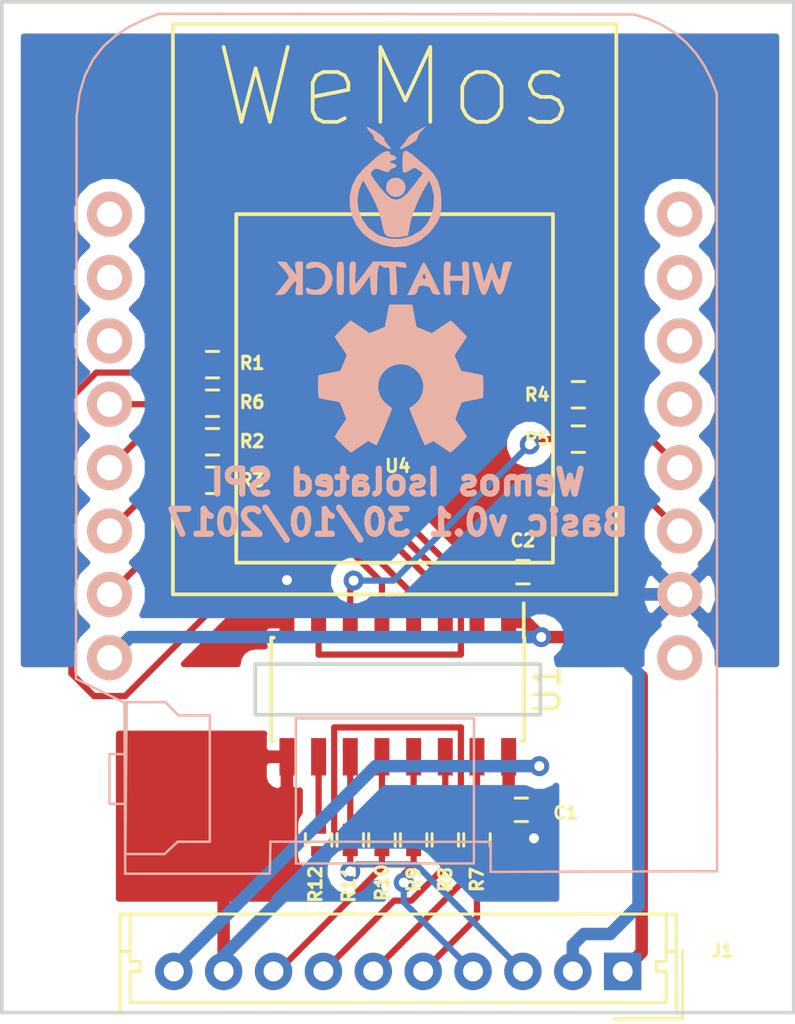
<source format=kicad_pcb>
(kicad_pcb (version 20170123) (host pcbnew "(2017-06-19 revision 6733101c6)-makepkg")

  (general
    (links 34)
    (no_connects 0)
    (area 116.764999 49.2885 148.665001 94.1815)
    (thickness 1.6)
    (drawings 10)
    (tracks 131)
    (zones 0)
    (modules 19)
    (nets 37)
  )

  (page A4)
  (layers
    (0 F.Cu signal)
    (31 B.Cu signal)
    (32 B.Adhes user)
    (33 F.Adhes user)
    (34 B.Paste user)
    (35 F.Paste user)
    (36 B.SilkS user)
    (37 F.SilkS user)
    (38 B.Mask user)
    (39 F.Mask user)
    (40 Dwgs.User user)
    (41 Cmts.User user)
    (42 Eco1.User user)
    (43 Eco2.User user)
    (44 Edge.Cuts user)
    (45 Margin user)
    (46 B.CrtYd user hide)
    (47 F.CrtYd user hide)
    (48 B.Fab user hide)
    (49 F.Fab user hide)
  )

  (setup
    (last_trace_width 0.25)
    (trace_clearance 0.15)
    (zone_clearance 0.508)
    (zone_45_only no)
    (trace_min 0.15)
    (segment_width 0.2)
    (edge_width 0.15)
    (via_size 0.8)
    (via_drill 0.4)
    (via_min_size 0.4)
    (via_min_drill 0.3)
    (uvia_size 0.3)
    (uvia_drill 0.1)
    (uvias_allowed no)
    (uvia_min_size 0.2)
    (uvia_min_drill 0.1)
    (pcb_text_width 0.3)
    (pcb_text_size 1.5 1.5)
    (mod_edge_width 0.15)
    (mod_text_size 0.5 0.5)
    (mod_text_width 0.125)
    (pad_size 1.524 1.524)
    (pad_drill 0.762)
    (pad_to_mask_clearance 0.2)
    (aux_axis_origin 0 0)
    (grid_origin 130.302 80.137)
    (visible_elements 7FFFF7FF)
    (pcbplotparams
      (layerselection 0x00030_ffffffff)
      (usegerberextensions false)
      (excludeedgelayer true)
      (linewidth 0.100000)
      (plotframeref false)
      (viasonmask false)
      (mode 1)
      (useauxorigin false)
      (hpglpennumber 1)
      (hpglpenspeed 20)
      (hpglpendiameter 15)
      (psnegative false)
      (psa4output false)
      (plotreference true)
      (plotvalue true)
      (plotinvisibletext false)
      (padsonsilk false)
      (subtractmaskfromsilk false)
      (outputformat 1)
      (mirror false)
      (drillshape 1)
      (scaleselection 1)
      (outputdirectory ""))
  )

  (net 0 "")
  (net 1 "Net-(U4-Pad8)")
  (net 2 "Net-(U4-Pad7)")
  (net 3 "Net-(U4-Pad6)")
  (net 4 "Net-(U4-Pad5)")
  (net 5 "Net-(U4-Pad1)")
  (net 6 "Net-(U4-Pad11)")
  (net 7 "Net-(U4-Pad10)")
  (net 8 "Net-(U4-Pad9)")
  (net 9 CS2_W)
  (net 10 CS1_W)
  (net 11 MOSI_W)
  (net 12 MISO_W)
  (net 13 CLK_W)
  (net 14 "Net-(R6-Pad1)")
  (net 15 MISO_E)
  (net 16 "Net-(R12-Pad2)")
  (net 17 "Net-(R11-Pad2)")
  (net 18 CS2_E)
  (net 19 "Net-(R10-Pad2)")
  (net 20 "Net-(R9-Pad2)")
  (net 21 CS1_E)
  (net 22 MOSI_E)
  (net 23 "Net-(R8-Pad2)")
  (net 24 "Net-(R7-Pad2)")
  (net 25 CLK_E)
  (net 26 "Net-(R5-Pad1)")
  (net 27 "Net-(R4-Pad1)")
  (net 28 "Net-(R3-Pad1)")
  (net 29 "Net-(R2-Pad1)")
  (net 30 "Net-(R1-Pad1)")
  (net 31 3V3_I)
  (net 32 CS0_W)
  (net 33 CS0_E)
  (net 34 GND_C)
  (net 35 GND_I)
  (net 36 3V3_C)

  (net_class Default "This is the default net class."
    (clearance 0.15)
    (trace_width 0.25)
    (via_dia 0.8)
    (via_drill 0.4)
    (uvia_dia 0.3)
    (uvia_drill 0.1)
    (add_net CLK_E)
    (add_net CLK_W)
    (add_net CS0_E)
    (add_net CS0_W)
    (add_net CS1_E)
    (add_net CS1_W)
    (add_net CS2_E)
    (add_net CS2_W)
    (add_net MISO_E)
    (add_net MISO_W)
    (add_net MOSI_E)
    (add_net MOSI_W)
    (add_net "Net-(R1-Pad1)")
    (add_net "Net-(R10-Pad2)")
    (add_net "Net-(R11-Pad2)")
    (add_net "Net-(R12-Pad2)")
    (add_net "Net-(R2-Pad1)")
    (add_net "Net-(R3-Pad1)")
    (add_net "Net-(R4-Pad1)")
    (add_net "Net-(R5-Pad1)")
    (add_net "Net-(R6-Pad1)")
    (add_net "Net-(R7-Pad2)")
    (add_net "Net-(R8-Pad2)")
    (add_net "Net-(R9-Pad2)")
    (add_net "Net-(U4-Pad1)")
    (add_net "Net-(U4-Pad10)")
    (add_net "Net-(U4-Pad11)")
    (add_net "Net-(U4-Pad5)")
    (add_net "Net-(U4-Pad6)")
    (add_net "Net-(U4-Pad7)")
    (add_net "Net-(U4-Pad8)")
    (add_net "Net-(U4-Pad9)")
  )

  (net_class Power ""
    (clearance 0.5)
    (trace_width 0.5)
    (via_dia 0.8)
    (via_drill 0.4)
    (uvia_dia 0.3)
    (uvia_drill 0.1)
    (add_net 3V3_C)
    (add_net 3V3_I)
    (add_net GND_C)
    (add_net GND_I)
  )

  (module Housings_SOIC:SOIC-16_3.9x9.9mm_Pitch1.27mm locked (layer F.Cu) (tedit 58CC8F64) (tstamp 59F6EB08)
    (at 132.715 78.486 270)
    (descr "16-Lead Plastic Small Outline (SL) - Narrow, 3.90 mm Body [SOIC] (see Microchip Packaging Specification 00000049BS.pdf)")
    (tags "SOIC 1.27")
    (path /59E7536C)
    (attr smd)
    (fp_text reference U1 (at 0 -6 270) (layer F.SilkS)
      (effects (font (size 1 1) (thickness 0.15)))
    )
    (fp_text value SI8661AB-B-IS1 (at 0 6 270) (layer F.Fab)
      (effects (font (size 1 1) (thickness 0.15)))
    )
    (fp_line (start -2.075 -5.05) (end -3.45 -5.05) (layer F.SilkS) (width 0.15))
    (fp_line (start -2.075 5.075) (end 2.075 5.075) (layer F.SilkS) (width 0.15))
    (fp_line (start -2.075 -5.075) (end 2.075 -5.075) (layer F.SilkS) (width 0.15))
    (fp_line (start -2.075 5.075) (end -2.075 4.97) (layer F.SilkS) (width 0.15))
    (fp_line (start 2.075 5.075) (end 2.075 4.97) (layer F.SilkS) (width 0.15))
    (fp_line (start 2.075 -5.075) (end 2.075 -4.97) (layer F.SilkS) (width 0.15))
    (fp_line (start -2.075 -5.075) (end -2.075 -5.05) (layer F.SilkS) (width 0.15))
    (fp_line (start -3.7 5.25) (end 3.7 5.25) (layer F.CrtYd) (width 0.05))
    (fp_line (start -3.7 -5.25) (end 3.7 -5.25) (layer F.CrtYd) (width 0.05))
    (fp_line (start 3.7 -5.25) (end 3.7 5.25) (layer F.CrtYd) (width 0.05))
    (fp_line (start -3.7 -5.25) (end -3.7 5.25) (layer F.CrtYd) (width 0.05))
    (fp_line (start -1.95 -3.95) (end -0.95 -4.95) (layer F.Fab) (width 0.15))
    (fp_line (start -1.95 4.95) (end -1.95 -3.95) (layer F.Fab) (width 0.15))
    (fp_line (start 1.95 4.95) (end -1.95 4.95) (layer F.Fab) (width 0.15))
    (fp_line (start 1.95 -4.95) (end 1.95 4.95) (layer F.Fab) (width 0.15))
    (fp_line (start -0.95 -4.95) (end 1.95 -4.95) (layer F.Fab) (width 0.15))
    (fp_text user %R (at 0 0 270) (layer F.Fab)
      (effects (font (size 0.9 0.9) (thickness 0.135)))
    )
    (pad 16 smd rect (at 2.7 -4.445 270) (size 1.5 0.6) (layers F.Cu F.Paste F.Mask)
      (net 31 3V3_I))
    (pad 15 smd rect (at 2.7 -3.175 270) (size 1.5 0.6) (layers F.Cu F.Paste F.Mask)
      (net 24 "Net-(R7-Pad2)"))
    (pad 14 smd rect (at 2.7 -1.905 270) (size 1.5 0.6) (layers F.Cu F.Paste F.Mask)
      (net 23 "Net-(R8-Pad2)"))
    (pad 13 smd rect (at 2.7 -0.635 270) (size 1.5 0.6) (layers F.Cu F.Paste F.Mask)
      (net 20 "Net-(R9-Pad2)"))
    (pad 12 smd rect (at 2.7 0.635 270) (size 1.5 0.6) (layers F.Cu F.Paste F.Mask)
      (net 19 "Net-(R10-Pad2)"))
    (pad 11 smd rect (at 2.7 1.905 270) (size 1.5 0.6) (layers F.Cu F.Paste F.Mask)
      (net 17 "Net-(R11-Pad2)"))
    (pad 10 smd rect (at 2.7 3.175 270) (size 1.5 0.6) (layers F.Cu F.Paste F.Mask)
      (net 16 "Net-(R12-Pad2)"))
    (pad 9 smd rect (at 2.7 4.445 270) (size 1.5 0.6) (layers F.Cu F.Paste F.Mask)
      (net 35 GND_I))
    (pad 8 smd rect (at -2.7 4.445 270) (size 1.5 0.6) (layers F.Cu F.Paste F.Mask)
      (net 34 GND_C))
    (pad 7 smd rect (at -2.7 3.175 270) (size 1.5 0.6) (layers F.Cu F.Paste F.Mask)
      (net 14 "Net-(R6-Pad1)"))
    (pad 6 smd rect (at -2.7 1.905 270) (size 1.5 0.6) (layers F.Cu F.Paste F.Mask)
      (net 26 "Net-(R5-Pad1)"))
    (pad 5 smd rect (at -2.7 0.635 270) (size 1.5 0.6) (layers F.Cu F.Paste F.Mask)
      (net 27 "Net-(R4-Pad1)"))
    (pad 4 smd rect (at -2.7 -0.635 270) (size 1.5 0.6) (layers F.Cu F.Paste F.Mask)
      (net 28 "Net-(R3-Pad1)"))
    (pad 3 smd rect (at -2.7 -1.905 270) (size 1.5 0.6) (layers F.Cu F.Paste F.Mask)
      (net 29 "Net-(R2-Pad1)"))
    (pad 2 smd rect (at -2.7 -3.175 270) (size 1.5 0.6) (layers F.Cu F.Paste F.Mask)
      (net 30 "Net-(R1-Pad1)"))
    (pad 1 smd rect (at -2.7 -4.445 270) (size 1.5 0.6) (layers F.Cu F.Paste F.Mask)
      (net 36 3V3_C))
    (model ${KISYS3DMOD}/Housings_SOIC.3dshapes/SOIC-16_3.9x9.9mm_Pitch1.27mm.wrl
      (at (xyz 0 0 0))
      (scale (xyz 1 1 1))
      (rotate (xyz 0 0 0))
    )
  )

  (module Symbols:OSHW-Symbol_6.7x6mm_SilkScreen (layer B.Cu) (tedit 0) (tstamp 59F6DED5)
    (at 132.842 66.04 180)
    (descr "Open Source Hardware Symbol")
    (tags "Logo Symbol OSHW")
    (path /59F5EC0C)
    (attr virtual)
    (fp_text reference LOGO1 (at 0 -0.127 180) (layer B.SilkS) hide
      (effects (font (size 1 1) (thickness 0.15)) (justify mirror))
    )
    (fp_text value Logo_Open_Hardware_Small (at 0.75 0 180) (layer B.Fab) hide
      (effects (font (size 1 1) (thickness 0.15)) (justify mirror))
    )
    (fp_poly (pts (xy 0.555814 2.531069) (xy 0.639635 2.086445) (xy 0.94892 1.958947) (xy 1.258206 1.831449)
      (xy 1.629246 2.083754) (xy 1.733157 2.154004) (xy 1.827087 2.216728) (xy 1.906652 2.269062)
      (xy 1.96747 2.308143) (xy 2.005157 2.331107) (xy 2.015421 2.336058) (xy 2.03391 2.323324)
      (xy 2.07342 2.288118) (xy 2.129522 2.234938) (xy 2.197787 2.168282) (xy 2.273786 2.092646)
      (xy 2.353092 2.012528) (xy 2.431275 1.932426) (xy 2.503907 1.856836) (xy 2.566559 1.790255)
      (xy 2.614803 1.737182) (xy 2.64421 1.702113) (xy 2.651241 1.690377) (xy 2.641123 1.66874)
      (xy 2.612759 1.621338) (xy 2.569129 1.552807) (xy 2.513218 1.467785) (xy 2.448006 1.370907)
      (xy 2.410219 1.31565) (xy 2.341343 1.214752) (xy 2.28014 1.123701) (xy 2.229578 1.04703)
      (xy 2.192628 0.989272) (xy 2.172258 0.954957) (xy 2.169197 0.947746) (xy 2.176136 0.927252)
      (xy 2.195051 0.879487) (xy 2.223087 0.811168) (xy 2.257391 0.729011) (xy 2.295109 0.63973)
      (xy 2.333387 0.550042) (xy 2.36937 0.466662) (xy 2.400206 0.396306) (xy 2.423039 0.34569)
      (xy 2.435017 0.321529) (xy 2.435724 0.320578) (xy 2.454531 0.315964) (xy 2.504618 0.305672)
      (xy 2.580793 0.290713) (xy 2.677865 0.272099) (xy 2.790643 0.250841) (xy 2.856442 0.238582)
      (xy 2.97695 0.215638) (xy 3.085797 0.193805) (xy 3.177476 0.174278) (xy 3.246481 0.158252)
      (xy 3.287304 0.146921) (xy 3.295511 0.143326) (xy 3.303548 0.118994) (xy 3.310033 0.064041)
      (xy 3.31497 -0.015108) (xy 3.318364 -0.112026) (xy 3.320218 -0.220287) (xy 3.320538 -0.333465)
      (xy 3.319327 -0.445135) (xy 3.31659 -0.548868) (xy 3.312331 -0.638241) (xy 3.306555 -0.706826)
      (xy 3.299267 -0.748197) (xy 3.294895 -0.75681) (xy 3.268764 -0.767133) (xy 3.213393 -0.781892)
      (xy 3.136107 -0.799352) (xy 3.04423 -0.81778) (xy 3.012158 -0.823741) (xy 2.857524 -0.852066)
      (xy 2.735375 -0.874876) (xy 2.641673 -0.89308) (xy 2.572384 -0.907583) (xy 2.523471 -0.919292)
      (xy 2.490897 -0.929115) (xy 2.470628 -0.937956) (xy 2.458626 -0.946724) (xy 2.456947 -0.948457)
      (xy 2.440184 -0.976371) (xy 2.414614 -1.030695) (xy 2.382788 -1.104777) (xy 2.34726 -1.191965)
      (xy 2.310583 -1.285608) (xy 2.275311 -1.379052) (xy 2.243996 -1.465647) (xy 2.219193 -1.53874)
      (xy 2.203454 -1.591678) (xy 2.199332 -1.617811) (xy 2.199676 -1.618726) (xy 2.213641 -1.640086)
      (xy 2.245322 -1.687084) (xy 2.291391 -1.754827) (xy 2.348518 -1.838423) (xy 2.413373 -1.932982)
      (xy 2.431843 -1.959854) (xy 2.497699 -2.057275) (xy 2.55565 -2.146163) (xy 2.602538 -2.221412)
      (xy 2.635207 -2.27792) (xy 2.6505 -2.310581) (xy 2.651241 -2.314593) (xy 2.638392 -2.335684)
      (xy 2.602888 -2.377464) (xy 2.549293 -2.435445) (xy 2.482171 -2.505135) (xy 2.406087 -2.582045)
      (xy 2.325604 -2.661683) (xy 2.245287 -2.739561) (xy 2.169699 -2.811186) (xy 2.103405 -2.87207)
      (xy 2.050969 -2.917721) (xy 2.016955 -2.94365) (xy 2.007545 -2.947883) (xy 1.985643 -2.937912)
      (xy 1.9408 -2.91102) (xy 1.880321 -2.871736) (xy 1.833789 -2.840117) (xy 1.749475 -2.782098)
      (xy 1.649626 -2.713784) (xy 1.549473 -2.645579) (xy 1.495627 -2.609075) (xy 1.313371 -2.4858)
      (xy 1.160381 -2.56852) (xy 1.090682 -2.604759) (xy 1.031414 -2.632926) (xy 0.991311 -2.648991)
      (xy 0.981103 -2.651226) (xy 0.968829 -2.634722) (xy 0.944613 -2.588082) (xy 0.910263 -2.515609)
      (xy 0.867588 -2.421606) (xy 0.818394 -2.310374) (xy 0.76449 -2.186215) (xy 0.707684 -2.053432)
      (xy 0.649782 -1.916327) (xy 0.592593 -1.779202) (xy 0.537924 -1.646358) (xy 0.487584 -1.522098)
      (xy 0.44338 -1.410725) (xy 0.407119 -1.316539) (xy 0.380609 -1.243844) (xy 0.365658 -1.196941)
      (xy 0.363254 -1.180833) (xy 0.382311 -1.160286) (xy 0.424036 -1.126933) (xy 0.479706 -1.087702)
      (xy 0.484378 -1.084599) (xy 0.628264 -0.969423) (xy 0.744283 -0.835053) (xy 0.83143 -0.685784)
      (xy 0.888699 -0.525913) (xy 0.915086 -0.359737) (xy 0.909585 -0.191552) (xy 0.87119 -0.025655)
      (xy 0.798895 0.133658) (xy 0.777626 0.168513) (xy 0.666996 0.309263) (xy 0.536302 0.422286)
      (xy 0.390064 0.506997) (xy 0.232808 0.562806) (xy 0.069057 0.589126) (xy -0.096667 0.58537)
      (xy -0.259838 0.55095) (xy -0.415935 0.485277) (xy -0.560433 0.387765) (xy -0.605131 0.348187)
      (xy -0.718888 0.224297) (xy -0.801782 0.093876) (xy -0.858644 -0.052315) (xy -0.890313 -0.197088)
      (xy -0.898131 -0.35986) (xy -0.872062 -0.52344) (xy -0.814755 -0.682298) (xy -0.728856 -0.830906)
      (xy -0.617014 -0.963735) (xy -0.481877 -1.075256) (xy -0.464117 -1.087011) (xy -0.40785 -1.125508)
      (xy -0.365077 -1.158863) (xy -0.344628 -1.18016) (xy -0.344331 -1.180833) (xy -0.348721 -1.203871)
      (xy -0.366124 -1.256157) (xy -0.394732 -1.33339) (xy -0.432735 -1.431268) (xy -0.478326 -1.545491)
      (xy -0.529697 -1.671758) (xy -0.585038 -1.805767) (xy -0.642542 -1.943218) (xy -0.700399 -2.079808)
      (xy -0.756802 -2.211237) (xy -0.809942 -2.333205) (xy -0.85801 -2.441409) (xy -0.899199 -2.531549)
      (xy -0.931699 -2.599323) (xy -0.953703 -2.64043) (xy -0.962564 -2.651226) (xy -0.98964 -2.642819)
      (xy -1.040303 -2.620272) (xy -1.105817 -2.587613) (xy -1.141841 -2.56852) (xy -1.294832 -2.4858)
      (xy -1.477088 -2.609075) (xy -1.570125 -2.672228) (xy -1.671985 -2.741727) (xy -1.767438 -2.807165)
      (xy -1.81525 -2.840117) (xy -1.882495 -2.885273) (xy -1.939436 -2.921057) (xy -1.978646 -2.942938)
      (xy -1.991381 -2.947563) (xy -2.009917 -2.935085) (xy -2.050941 -2.900252) (xy -2.110475 -2.846678)
      (xy -2.184542 -2.777983) (xy -2.269165 -2.697781) (xy -2.322685 -2.646286) (xy -2.416319 -2.554286)
      (xy -2.497241 -2.471999) (xy -2.562177 -2.402945) (xy -2.607858 -2.350644) (xy -2.631011 -2.318616)
      (xy -2.633232 -2.312116) (xy -2.622924 -2.287394) (xy -2.594439 -2.237405) (xy -2.550937 -2.167212)
      (xy -2.495577 -2.081875) (xy -2.43152 -1.986456) (xy -2.413303 -1.959854) (xy -2.346927 -1.863167)
      (xy -2.287378 -1.776117) (xy -2.237984 -1.703595) (xy -2.202075 -1.650493) (xy -2.182981 -1.621703)
      (xy -2.181136 -1.618726) (xy -2.183895 -1.595782) (xy -2.198538 -1.545336) (xy -2.222513 -1.474041)
      (xy -2.253266 -1.388547) (xy -2.288244 -1.295507) (xy -2.324893 -1.201574) (xy -2.360661 -1.113399)
      (xy -2.392994 -1.037634) (xy -2.419338 -0.980931) (xy -2.437142 -0.949943) (xy -2.438407 -0.948457)
      (xy -2.449294 -0.939601) (xy -2.467682 -0.930843) (xy -2.497606 -0.921277) (xy -2.543103 -0.909996)
      (xy -2.608209 -0.896093) (xy -2.696961 -0.878663) (xy -2.813393 -0.856798) (xy -2.961542 -0.829591)
      (xy -2.993618 -0.823741) (xy -3.088686 -0.805374) (xy -3.171565 -0.787405) (xy -3.23493 -0.771569)
      (xy -3.271458 -0.7596) (xy -3.276356 -0.75681) (xy -3.284427 -0.732072) (xy -3.290987 -0.67679)
      (xy -3.296033 -0.597389) (xy -3.299559 -0.500296) (xy -3.301561 -0.391938) (xy -3.302036 -0.27874)
      (xy -3.300977 -0.167128) (xy -3.298382 -0.063529) (xy -3.294246 0.025632) (xy -3.288563 0.093928)
      (xy -3.281331 0.134934) (xy -3.276971 0.143326) (xy -3.252698 0.151792) (xy -3.197426 0.165565)
      (xy -3.116662 0.18345) (xy -3.015912 0.204252) (xy -2.900683 0.226777) (xy -2.837902 0.238582)
      (xy -2.718787 0.260849) (xy -2.612565 0.281021) (xy -2.524427 0.298085) (xy -2.459566 0.311031)
      (xy -2.423174 0.318845) (xy -2.417184 0.320578) (xy -2.407061 0.34011) (xy -2.385662 0.387157)
      (xy -2.355839 0.454997) (xy -2.320445 0.536909) (xy -2.282332 0.626172) (xy -2.244353 0.716065)
      (xy -2.20936 0.799865) (xy -2.180206 0.870853) (xy -2.159743 0.922306) (xy -2.150823 0.947503)
      (xy -2.150657 0.948604) (xy -2.160769 0.968481) (xy -2.189117 1.014223) (xy -2.232723 1.081283)
      (xy -2.288606 1.165116) (xy -2.353787 1.261174) (xy -2.391679 1.31635) (xy -2.460725 1.417519)
      (xy -2.52205 1.50937) (xy -2.572663 1.587256) (xy -2.609571 1.646531) (xy -2.629782 1.682549)
      (xy -2.632701 1.690623) (xy -2.620153 1.709416) (xy -2.585463 1.749543) (xy -2.533063 1.806507)
      (xy -2.467384 1.875815) (xy -2.392856 1.952969) (xy -2.313913 2.033475) (xy -2.234983 2.112837)
      (xy -2.1605 2.18656) (xy -2.094894 2.250148) (xy -2.042596 2.299106) (xy -2.008039 2.328939)
      (xy -1.996478 2.336058) (xy -1.977654 2.326047) (xy -1.932631 2.297922) (xy -1.865787 2.254546)
      (xy -1.781499 2.198782) (xy -1.684144 2.133494) (xy -1.610707 2.083754) (xy -1.239667 1.831449)
      (xy -0.621095 2.086445) (xy -0.537275 2.531069) (xy -0.453454 2.975693) (xy 0.471994 2.975693)
      (xy 0.555814 2.531069)) (layer B.SilkS) (width 0.01))
  )

  (module Whatnick_logo:Whatnick_logo (layer B.Cu) (tedit 0) (tstamp 59F6DEB4)
    (at 132.588 59.309 180)
    (path /59F5EAB7)
    (fp_text reference G1 (at 0 0 180) (layer B.SilkS) hide
      (effects (font (thickness 0.3)) (justify mirror))
    )
    (fp_text value LOGO (at 0.75 0 180) (layer B.SilkS) hide
      (effects (font (thickness 0.3)) (justify mirror))
    )
    (fp_poly (pts (xy -3.139967 -2.050986) (xy -3.127412 -2.13222) (xy -3.138411 -2.174875) (xy -3.173829 -2.301354)
      (xy -3.231098 -2.511273) (xy -3.299515 -2.765312) (xy -3.319914 -2.841625) (xy -3.412672 -3.143069)
      (xy -3.498898 -3.319439) (xy -3.582272 -3.372245) (xy -3.666477 -3.303001) (xy -3.755194 -3.11322)
      (xy -3.783532 -3.032125) (xy -3.89427 -2.69875) (xy -4.000455 -3.01625) (xy -4.096008 -3.245617)
      (xy -4.18731 -3.348071) (xy -4.275109 -3.32359) (xy -4.360155 -3.172154) (xy -4.414639 -3.00446)
      (xy -4.489523 -2.743171) (xy -4.568487 -2.480099) (xy -4.6081 -2.354063) (xy -4.66191 -2.183617)
      (xy -4.694518 -2.072631) (xy -4.699 -2.052438) (xy -4.644426 -2.037124) (xy -4.538258 -2.032)
      (xy -4.439541 -2.040694) (xy -4.37695 -2.08464) (xy -4.335896 -2.190629) (xy -4.301792 -2.385454)
      (xy -4.286916 -2.493604) (xy -4.253461 -2.661535) (xy -4.212961 -2.75506) (xy -4.19109 -2.762305)
      (xy -4.144699 -2.686966) (xy -4.081852 -2.527402) (xy -4.03218 -2.371611) (xy -3.970187 -2.191931)
      (xy -3.91369 -2.084832) (xy -3.880487 -2.071159) (xy -3.836589 -2.157822) (xy -3.770979 -2.326456)
      (xy -3.710097 -2.503701) (xy -3.58775 -2.880152) (xy -3.49428 -2.456076) (xy -3.439798 -2.229966)
      (xy -3.391181 -2.101957) (xy -3.33276 -2.044989) (xy -3.248868 -2.032) (xy -3.248749 -2.032)
      (xy -3.139967 -2.050986)) (layer B.SilkS) (width 0.01))
    (fp_poly (pts (xy -2.052282 -2.036458) (xy -2.008744 -2.064917) (xy -1.983715 -2.14) (xy -1.972071 -2.284331)
      (xy -1.968692 -2.520534) (xy -1.9685 -2.69875) (xy -1.96951 -2.995433) (xy -1.975953 -3.187741)
      (xy -1.992951 -3.298298) (xy -2.025627 -3.349727) (xy -2.079103 -3.364653) (xy -2.11945 -3.3655)
      (xy -2.210942 -3.355299) (xy -2.249081 -3.302216) (xy -2.247881 -3.172524) (xy -2.238192 -3.07975)
      (xy -2.205984 -2.794) (xy -2.747017 -2.794) (xy -2.714809 -3.07975) (xy -2.70043 -3.255121)
      (xy -2.719058 -3.338645) (xy -2.784705 -3.364046) (xy -2.833551 -3.3655) (xy -2.900719 -3.361041)
      (xy -2.944257 -3.332582) (xy -2.969286 -3.257499) (xy -2.98093 -3.113168) (xy -2.984309 -2.876965)
      (xy -2.9845 -2.69875) (xy -2.983491 -2.402066) (xy -2.977048 -2.209758) (xy -2.96005 -2.099201)
      (xy -2.927374 -2.047772) (xy -2.873898 -2.032846) (xy -2.833551 -2.032) (xy -2.742059 -2.0422)
      (xy -2.70392 -2.095283) (xy -2.70512 -2.224975) (xy -2.714809 -2.31775) (xy -2.747017 -2.6035)
      (xy -2.205984 -2.6035) (xy -2.238192 -2.31775) (xy -2.252571 -2.142378) (xy -2.233943 -2.058854)
      (xy -2.168296 -2.033453) (xy -2.11945 -2.032) (xy -2.052282 -2.036458)) (layer B.SilkS) (width 0.01))
    (fp_poly (pts (xy -1.121452 -2.124131) (xy -1.039022 -2.28314) (xy -0.927622 -2.507192) (xy -0.820307 -2.728692)
      (xy -0.515165 -3.3655) (xy -0.694145 -3.3655) (xy -0.826971 -3.343007) (xy -0.892367 -3.24995)
      (xy -0.912002 -3.171118) (xy -0.949458 -3.044022) (xy -1.021008 -2.994643) (xy -1.170564 -2.995127)
      (xy -1.187306 -2.996493) (xy -1.353572 -3.027228) (xy -1.43515 -3.100291) (xy -1.460504 -3.175)
      (xy -1.533056 -3.305275) (xy -1.676307 -3.35451) (xy -1.795182 -3.353725) (xy -1.829212 -3.32276)
      (xy -1.792393 -3.247108) (xy -1.712901 -3.082866) (xy -1.603214 -2.855841) (xy -1.515815 -2.674749)
      (xy -1.265854 -2.674749) (xy -1.214931 -2.727735) (xy -1.180695 -2.7305) (xy -1.118527 -2.683959)
      (xy -1.126005 -2.598132) (xy -1.163634 -2.513053) (xy -1.211111 -2.545513) (xy -1.214338 -2.550507)
      (xy -1.265854 -2.674749) (xy -1.515815 -2.674749) (xy -1.501091 -2.644242) (xy -1.376648 -2.395871)
      (xy -1.27013 -2.201069) (xy -1.193958 -2.081437) (xy -1.162273 -2.05506) (xy -1.121452 -2.124131)) (layer B.SilkS) (width 0.01))
    (fp_poly (pts (xy 1.202071 -2.4765) (xy 1.354215 -2.675835) (xy 1.478518 -2.828921) (xy 1.555644 -2.912356)
      (xy 1.569262 -2.921) (xy 1.58244 -2.863142) (xy 1.582754 -2.710826) (xy 1.570248 -2.495933)
      (xy 1.568654 -2.4765) (xy 1.551515 -2.244562) (xy 1.553011 -2.111584) (xy 1.579433 -2.050128)
      (xy 1.637074 -2.032753) (xy 1.670569 -2.032) (xy 1.732541 -2.038103) (xy 1.772717 -2.071469)
      (xy 1.795811 -2.154678) (xy 1.806536 -2.310314) (xy 1.809608 -2.560957) (xy 1.80975 -2.69875)
      (xy 1.808291 -2.995908) (xy 1.800947 -3.188594) (xy 1.783262 -3.299328) (xy 1.750784 -3.350628)
      (xy 1.699058 -3.365014) (xy 1.677882 -3.3655) (xy 1.554455 -3.308495) (xy 1.387193 -3.136297)
      (xy 1.265132 -2.977115) (xy 0.98425 -2.588731) (xy 0.965344 -2.977115) (xy 0.949597 -3.193639)
      (xy 0.922213 -3.311483) (xy 0.872776 -3.358959) (xy 0.822469 -3.3655) (xy 0.763357 -3.355179)
      (xy 0.72669 -3.308102) (xy 0.70719 -3.200094) (xy 0.69958 -3.006983) (xy 0.6985 -2.797747)
      (xy 0.687583 -2.478493) (xy 0.656151 -2.265206) (xy 0.606178 -2.16382) (xy 0.539639 -2.180272)
      (xy 0.5074 -2.22347) (xy 0.412588 -2.274591) (xy 0.323999 -2.2693) (xy 0.260547 -2.259458)
      (xy 0.221233 -2.285699) (xy 0.200294 -2.370926) (xy 0.191971 -2.538039) (xy 0.1905 -2.799944)
      (xy 0.189014 -3.068854) (xy 0.180194 -3.235315) (xy 0.157494 -3.323877) (xy 0.114371 -3.359087)
      (xy 0.044279 -3.365495) (xy 0.039722 -3.3655) (xy -0.031129 -3.361138) (xy -0.073732 -3.331867)
      (xy -0.093056 -3.253406) (xy -0.094074 -3.101472) (xy -0.081754 -2.851786) (xy -0.078209 -2.789421)
      (xy -0.045363 -2.213342) (xy -0.272373 -2.25593) (xy -0.420014 -2.276924) (xy -0.474543 -2.253714)
      (xy -0.466278 -2.171994) (xy -0.464536 -2.165258) (xy -0.440113 -2.105101) (xy -0.388676 -2.066379)
      (xy -0.286151 -2.044413) (xy -0.108462 -2.034522) (xy 0.168465 -2.032026) (xy 0.220925 -2.032)
      (xy 0.871537 -2.032) (xy 1.202071 -2.4765)) (layer B.SilkS) (width 0.01))
    (fp_poly (pts (xy 2.238472 -2.03754) (xy 2.279699 -2.06923) (xy 2.303399 -2.14967) (xy 2.314414 -2.301462)
      (xy 2.317589 -2.547207) (xy 2.31775 -2.69875) (xy 2.316562 -2.995539) (xy 2.309772 -3.187932)
      (xy 2.292534 -3.298531) (xy 2.260008 -3.349936) (xy 2.207348 -3.364749) (xy 2.174875 -3.3655)
      (xy 2.111277 -3.359959) (xy 2.07005 -3.328269) (xy 2.04635 -3.247829) (xy 2.035335 -3.096037)
      (xy 2.03216 -2.850292) (xy 2.032 -2.69875) (xy 2.033187 -2.40196) (xy 2.039977 -2.209567)
      (xy 2.057215 -2.098968) (xy 2.089741 -2.047563) (xy 2.142401 -2.03275) (xy 2.174875 -2.032)
      (xy 2.238472 -2.03754)) (layer B.SilkS) (width 0.01))
    (fp_poly (pts (xy 3.390689 -2.055656) (xy 3.516345 -2.126785) (xy 3.556 -2.230503) (xy 3.532733 -2.324778)
      (xy 3.446474 -2.317046) (xy 3.444875 -2.316377) (xy 3.18242 -2.252206) (xy 2.972106 -2.292299)
      (xy 2.829329 -2.428211) (xy 2.769486 -2.651495) (xy 2.7686 -2.68741) (xy 2.81818 -2.931644)
      (xy 2.950982 -3.098107) (xy 3.143094 -3.171833) (xy 3.370606 -3.137857) (xy 3.438239 -3.106555)
      (xy 3.531422 -3.071041) (xy 3.551684 -3.127873) (xy 3.545189 -3.18593) (xy 3.517647 -3.274046)
      (xy 3.444879 -3.322134) (xy 3.293484 -3.345955) (xy 3.191292 -3.352928) (xy 2.978002 -3.355098)
      (xy 2.839176 -3.321319) (xy 2.72415 -3.237372) (xy 2.70175 -3.215522) (xy 2.531912 -2.970243)
      (xy 2.485511 -2.704765) (xy 2.562942 -2.430361) (xy 2.668371 -2.266928) (xy 2.81682 -2.142413)
      (xy 3.008384 -2.064805) (xy 3.210521 -2.035441) (xy 3.390689 -2.055656)) (layer B.SilkS) (width 0.01))
    (fp_poly (pts (xy 3.948594 -2.040658) (xy 3.988726 -2.08972) (xy 3.983589 -2.213813) (xy 3.97096 -2.301875)
      (xy 3.930257 -2.57175) (xy 4.12242 -2.3495) (xy 4.23744 -2.20739) (xy 4.307026 -2.103938)
      (xy 4.316291 -2.079625) (xy 4.372937 -2.046504) (xy 4.507537 -2.032024) (xy 4.513896 -2.032)
      (xy 4.709793 -2.032) (xy 4.450213 -2.326898) (xy 4.305658 -2.511371) (xy 4.239163 -2.643231)
      (xy 4.242956 -2.692023) (xy 4.308908 -2.777057) (xy 4.426056 -2.925263) (xy 4.536539 -3.063875)
      (xy 4.777798 -3.3655) (xy 4.584828 -3.3655) (xy 4.431511 -3.336585) (xy 4.312088 -3.229291)
      (xy 4.258911 -3.150388) (xy 4.145143 -2.987088) (xy 4.036622 -2.862645) (xy 4.020983 -2.848763)
      (xy 3.959909 -2.808698) (xy 3.936316 -2.838415) (xy 3.943625 -2.960039) (xy 3.957035 -3.063875)
      (xy 3.977427 -3.245072) (xy 3.965245 -3.333769) (xy 3.90777 -3.362902) (xy 3.840535 -3.3655)
      (xy 3.683 -3.3655) (xy 3.683 -2.032) (xy 3.847331 -2.032) (xy 3.948594 -2.040658)) (layer B.SilkS) (width 0.01))
    (fp_poly (pts (xy -0.382034 2.393553) (xy -0.334221 2.279067) (xy -0.31821 2.056023) (xy -0.3175 1.964221)
      (xy -0.319576 1.731499) (xy -0.331622 1.600969) (xy -0.362369 1.547828) (xy -0.420545 1.547276)
      (xy -0.460375 1.558286) (xy -0.615577 1.629721) (xy -0.693099 1.686432) (xy -0.772474 1.732903)
      (xy -0.869612 1.704681) (xy -0.96269 1.643745) (xy -1.142433 1.515757) (xy -0.759327 1.012489)
      (xy -0.505609 0.70693) (xy -0.286868 0.517166) (xy -0.086733 0.443246) (xy 0.111162 0.485224)
      (xy 0.323188 0.64315) (xy 0.565712 0.917074) (xy 0.643072 1.016882) (xy 0.810044 1.239438)
      (xy 0.909201 1.38536) (xy 0.950371 1.47852) (xy 0.943379 1.542786) (xy 0.898051 1.602029)
      (xy 0.888192 1.612333) (xy 0.807454 1.683478) (xy 0.725837 1.699102) (xy 0.595997 1.661169)
      (xy 0.511255 1.627962) (xy 0.346296 1.567989) (xy 0.260857 1.560666) (xy 0.219376 1.604923)
      (xy 0.213557 1.619005) (xy 0.126876 1.699526) (xy 0.056706 1.7145) (xy -0.042459 1.756079)
      (xy -0.0635 1.80975) (xy -0.010561 1.887322) (xy 0.0635 1.905) (xy 0.166685 1.931593)
      (xy 0.1905 1.9685) (xy 0.137315 2.020093) (xy 0.0635 2.032) (xy -0.039929 2.071705)
      (xy -0.0635 2.12725) (xy -0.010561 2.204822) (xy 0.0635 2.2225) (xy 0.169154 2.265106)
      (xy 0.1905 2.324634) (xy 0.235011 2.392248) (xy 0.350028 2.388112) (xy 0.507777 2.320912)
      (xy 0.680484 2.199334) (xy 0.727914 2.156565) (xy 0.891857 2.005178) (xy 1.092862 1.825906)
      (xy 1.195223 1.736879) (xy 1.500228 1.39942) (xy 1.699143 1.017287) (xy 1.796153 0.608798)
      (xy 1.795445 0.192272) (xy 1.701205 -0.213975) (xy 1.517621 -0.591624) (xy 1.248878 -0.922357)
      (xy 0.899163 -1.187858) (xy 0.486083 -1.365875) (xy 0.007182 -1.449995) (xy -0.457288 -1.410635)
      (xy -0.620917 -1.367172) (xy -1.031295 -1.174308) (xy -1.394305 -0.873384) (xy -1.691924 -0.479904)
      (xy -1.730424 -0.41275) (xy -1.805062 -0.249573) (xy -1.848605 -0.068742) (xy -1.868338 0.170626)
      (xy -1.871858 0.381) (xy -1.854427 0.620077) (xy -1.578965 0.620077) (xy -1.574046 0.227366)
      (xy -1.481271 -0.158645) (xy -1.309082 -0.504094) (xy -1.06592 -0.775116) (xy -1.044424 -0.791981)
      (xy -0.663842 -1.008873) (xy -0.248775 -1.117196) (xy 0.174815 -1.115019) (xy 0.580964 -1.00041)
      (xy 0.730399 -0.924019) (xy 1.055944 -0.666477) (xy 1.297047 -0.338254) (xy 1.445953 0.036077)
      (xy 1.494909 0.431944) (xy 1.436159 0.824774) (xy 1.350294 1.04032) (xy 1.258005 1.223389)
      (xy 1.099076 0.94507) (xy 0.887545 0.559853) (xy 0.734236 0.240123) (xy 0.623478 -0.051923)
      (xy 0.539605 -0.354093) (xy 0.514557 -0.465258) (xy 0.457484 -0.718257) (xy 0.409575 -0.874462)
      (xy 0.355302 -0.961654) (xy 0.279137 -1.007617) (xy 0.197878 -1.031855) (xy -0.002864 -1.054139)
      (xy -0.231725 -1.040215) (xy -0.270586 -1.033463) (xy -0.532761 -0.981615) (xy -0.613561 -0.54382)
      (xy -0.709249 -0.180485) (xy -0.865359 0.237209) (xy -1.063271 0.664219) (xy -1.255586 1.009253)
      (xy -1.387669 1.224756) (xy -1.487585 0.985623) (xy -1.578965 0.620077) (xy -1.854427 0.620077)
      (xy -1.838663 0.836278) (xy -1.729544 1.207802) (xy -1.534109 1.520606) (xy -1.30384 1.749432)
      (xy -1.110661 1.912595) (xy -0.921627 2.073419) (xy -0.85725 2.128587) (xy -0.629452 2.314021)
      (xy -0.475745 2.403774) (xy -0.382034 2.393553)) (layer B.SilkS) (width 0.01))
    (fp_poly (pts (xy 0.128247 1.300182) (xy 0.256628 1.185675) (xy 0.308002 1.099533) (xy 0.349004 0.91514)
      (xy 0.291837 0.752904) (xy 0.165277 0.631133) (xy -0.001903 0.568133) (xy -0.180929 0.582211)
      (xy -0.339409 0.687626) (xy -0.433383 0.869453) (xy -0.425282 1.059107) (xy -0.330703 1.220786)
      (xy -0.165238 1.318689) (xy -0.0585 1.332528) (xy 0.128247 1.300182)) (layer B.SilkS) (width 0.01))
    (fp_poly (pts (xy -0.897461 3.201998) (xy -0.710143 3.089516) (xy -0.572906 2.984222) (xy -0.523028 2.922748)
      (xy -0.459054 2.813043) (xy -0.346364 2.671319) (xy -0.328062 2.651125) (xy -0.231627 2.532784)
      (xy -0.229645 2.486885) (xy -0.324906 2.513607) (xy -0.520202 2.613133) (xy -0.621309 2.670128)
      (xy -0.792145 2.781466) (xy -0.897398 2.876747) (xy -0.915997 2.928692) (xy -0.929863 3.011566)
      (xy -1.01362 3.140013) (xy -1.056689 3.189535) (xy -1.23825 3.384248) (xy -0.897461 3.201998)) (layer B.SilkS) (width 0.01))
    (fp_poly (pts (xy 1.104021 3.325188) (xy 1.02759 3.224454) (xy 0.959418 3.150388) (xy 0.835308 3.001895)
      (xy 0.814891 2.920324) (xy 0.832347 2.908135) (xy 0.818243 2.869316) (xy 0.723528 2.790641)
      (xy 0.5796 2.692118) (xy 0.417853 2.593755) (xy 0.269683 2.515558) (xy 0.166488 2.477534)
      (xy 0.155015 2.4765) (xy 0.161444 2.51618) (xy 0.238745 2.615998) (xy 0.285115 2.666338)
      (xy 0.387865 2.793191) (xy 0.427745 2.883974) (xy 0.422373 2.900794) (xy 0.449988 2.950573)
      (xy 0.55572 3.040658) (xy 0.70702 3.14905) (xy 0.871338 3.25375) (xy 1.016124 3.33276)
      (xy 1.107831 3.364066) (xy 1.104021 3.325188)) (layer B.SilkS) (width 0.01))
  )

  (module Capacitors_SMD:C_0402 placed (layer F.Cu) (tedit 58AA841A) (tstamp 59F603AF)
    (at 137.732 73.787)
    (descr "Capacitor SMD 0402, reflow soldering, AVX (see smccp.pdf)")
    (tags "capacitor 0402")
    (path /59F54B5F)
    (attr smd)
    (fp_text reference C2 (at 0 -1.27) (layer F.SilkS)
      (effects (font (size 0.5 0.5) (thickness 0.125)))
    )
    (fp_text value 100nF (at 0 1.27) (layer F.Fab)
      (effects (font (size 1 1) (thickness 0.15)))
    )
    (fp_text user %R (at 0 -1.27) (layer F.Fab)
      (effects (font (size 1 1) (thickness 0.15)))
    )
    (fp_line (start -0.5 0.25) (end -0.5 -0.25) (layer F.Fab) (width 0.1))
    (fp_line (start 0.5 0.25) (end -0.5 0.25) (layer F.Fab) (width 0.1))
    (fp_line (start 0.5 -0.25) (end 0.5 0.25) (layer F.Fab) (width 0.1))
    (fp_line (start -0.5 -0.25) (end 0.5 -0.25) (layer F.Fab) (width 0.1))
    (fp_line (start 0.25 -0.47) (end -0.25 -0.47) (layer F.SilkS) (width 0.12))
    (fp_line (start -0.25 0.47) (end 0.25 0.47) (layer F.SilkS) (width 0.12))
    (fp_line (start -1 -0.4) (end 1 -0.4) (layer F.CrtYd) (width 0.05))
    (fp_line (start -1 -0.4) (end -1 0.4) (layer F.CrtYd) (width 0.05))
    (fp_line (start 1 0.4) (end 1 -0.4) (layer F.CrtYd) (width 0.05))
    (fp_line (start 1 0.4) (end -1 0.4) (layer F.CrtYd) (width 0.05))
    (pad 1 smd rect (at -0.55 0) (size 0.6 0.5) (layers F.Cu F.Paste F.Mask)
      (net 36 3V3_C))
    (pad 2 smd rect (at 0.55 0) (size 0.6 0.5) (layers F.Cu F.Paste F.Mask)
      (net 34 GND_C))
    (model Capacitors_SMD.3dshapes/C_0402.wrl
      (at (xyz 0 0 0))
      (scale (xyz 1 1 1))
      (rotate (xyz 0 0 0))
    )
  )

  (module Capacitors_SMD:C_0402 placed (layer F.Cu) (tedit 58AA841A) (tstamp 59F6037E)
    (at 137.668 83.312)
    (descr "Capacitor SMD 0402, reflow soldering, AVX (see smccp.pdf)")
    (tags "capacitor 0402")
    (path /59F54AF1)
    (attr smd)
    (fp_text reference C1 (at 1.778 0.127) (layer F.SilkS)
      (effects (font (size 0.5 0.5) (thickness 0.125)))
    )
    (fp_text value 100nF (at 0 1.27) (layer F.Fab)
      (effects (font (size 1 1) (thickness 0.15)))
    )
    (fp_line (start 1 0.4) (end -1 0.4) (layer F.CrtYd) (width 0.05))
    (fp_line (start 1 0.4) (end 1 -0.4) (layer F.CrtYd) (width 0.05))
    (fp_line (start -1 -0.4) (end -1 0.4) (layer F.CrtYd) (width 0.05))
    (fp_line (start -1 -0.4) (end 1 -0.4) (layer F.CrtYd) (width 0.05))
    (fp_line (start -0.25 0.47) (end 0.25 0.47) (layer F.SilkS) (width 0.12))
    (fp_line (start 0.25 -0.47) (end -0.25 -0.47) (layer F.SilkS) (width 0.12))
    (fp_line (start -0.5 -0.25) (end 0.5 -0.25) (layer F.Fab) (width 0.1))
    (fp_line (start 0.5 -0.25) (end 0.5 0.25) (layer F.Fab) (width 0.1))
    (fp_line (start 0.5 0.25) (end -0.5 0.25) (layer F.Fab) (width 0.1))
    (fp_line (start -0.5 0.25) (end -0.5 -0.25) (layer F.Fab) (width 0.1))
    (fp_text user %R (at 0 -1.27) (layer F.Fab)
      (effects (font (size 1 1) (thickness 0.15)))
    )
    (pad 2 smd rect (at 0.55 0) (size 0.6 0.5) (layers F.Cu F.Paste F.Mask)
      (net 35 GND_I))
    (pad 1 smd rect (at -0.55 0) (size 0.6 0.5) (layers F.Cu F.Paste F.Mask)
      (net 31 3V3_I))
    (model Capacitors_SMD.3dshapes/C_0402.wrl
      (at (xyz 0 0 0))
      (scale (xyz 1 1 1))
      (rotate (xyz 0 0 0))
    )
  )

  (module Resistors_SMD:R_0402 placed (layer F.Cu) (tedit 58E0A804) (tstamp 59F602AD)
    (at 125.286 65.4685 180)
    (descr "Resistor SMD 0402, reflow soldering, Vishay (see dcrcw.pdf)")
    (tags "resistor 0402")
    (path /59F55195)
    (attr smd)
    (fp_text reference R1 (at -1.5875 0.0635 180) (layer F.SilkS)
      (effects (font (size 0.5 0.5) (thickness 0.125)))
    )
    (fp_text value 50R (at 0 1.45 180) (layer F.Fab)
      (effects (font (size 1 1) (thickness 0.15)))
    )
    (fp_text user %R (at 0 -1.35 180) (layer F.Fab)
      (effects (font (size 1 1) (thickness 0.15)))
    )
    (fp_line (start -0.5 0.25) (end -0.5 -0.25) (layer F.Fab) (width 0.1))
    (fp_line (start 0.5 0.25) (end -0.5 0.25) (layer F.Fab) (width 0.1))
    (fp_line (start 0.5 -0.25) (end 0.5 0.25) (layer F.Fab) (width 0.1))
    (fp_line (start -0.5 -0.25) (end 0.5 -0.25) (layer F.Fab) (width 0.1))
    (fp_line (start 0.25 -0.53) (end -0.25 -0.53) (layer F.SilkS) (width 0.12))
    (fp_line (start -0.25 0.53) (end 0.25 0.53) (layer F.SilkS) (width 0.12))
    (fp_line (start -0.8 -0.45) (end 0.8 -0.45) (layer F.CrtYd) (width 0.05))
    (fp_line (start -0.8 -0.45) (end -0.8 0.45) (layer F.CrtYd) (width 0.05))
    (fp_line (start 0.8 0.45) (end 0.8 -0.45) (layer F.CrtYd) (width 0.05))
    (fp_line (start 0.8 0.45) (end -0.8 0.45) (layer F.CrtYd) (width 0.05))
    (pad 1 smd rect (at -0.45 0 180) (size 0.4 0.6) (layers F.Cu F.Paste F.Mask)
      (net 30 "Net-(R1-Pad1)"))
    (pad 2 smd rect (at 0.45 0 180) (size 0.4 0.6) (layers F.Cu F.Paste F.Mask)
      (net 13 CLK_W))
    (model ${KISYS3DMOD}/Resistors_SMD.3dshapes/R_0402.wrl
      (at (xyz 0 0 0))
      (scale (xyz 1 1 1))
      (rotate (xyz 0 0 0))
    )
  )

  (module Resistors_SMD:R_0402 placed (layer F.Cu) (tedit 58E0A804) (tstamp 59F6027C)
    (at 125.286 68.5588 180)
    (descr "Resistor SMD 0402, reflow soldering, Vishay (see dcrcw.pdf)")
    (tags "resistor 0402")
    (path /59F551F8)
    (attr smd)
    (fp_text reference R2 (at -1.5875 0.021168 180) (layer F.SilkS)
      (effects (font (size 0.5 0.5) (thickness 0.125)))
    )
    (fp_text value 50R (at 0 1.45 180) (layer F.Fab)
      (effects (font (size 1 1) (thickness 0.15)))
    )
    (fp_line (start 0.8 0.45) (end -0.8 0.45) (layer F.CrtYd) (width 0.05))
    (fp_line (start 0.8 0.45) (end 0.8 -0.45) (layer F.CrtYd) (width 0.05))
    (fp_line (start -0.8 -0.45) (end -0.8 0.45) (layer F.CrtYd) (width 0.05))
    (fp_line (start -0.8 -0.45) (end 0.8 -0.45) (layer F.CrtYd) (width 0.05))
    (fp_line (start -0.25 0.53) (end 0.25 0.53) (layer F.SilkS) (width 0.12))
    (fp_line (start 0.25 -0.53) (end -0.25 -0.53) (layer F.SilkS) (width 0.12))
    (fp_line (start -0.5 -0.25) (end 0.5 -0.25) (layer F.Fab) (width 0.1))
    (fp_line (start 0.5 -0.25) (end 0.5 0.25) (layer F.Fab) (width 0.1))
    (fp_line (start 0.5 0.25) (end -0.5 0.25) (layer F.Fab) (width 0.1))
    (fp_line (start -0.5 0.25) (end -0.5 -0.25) (layer F.Fab) (width 0.1))
    (fp_text user %R (at 0 -1.35 180) (layer F.Fab)
      (effects (font (size 1 1) (thickness 0.15)))
    )
    (pad 2 smd rect (at 0.45 0 180) (size 0.4 0.6) (layers F.Cu F.Paste F.Mask)
      (net 11 MOSI_W))
    (pad 1 smd rect (at -0.45 0 180) (size 0.4 0.6) (layers F.Cu F.Paste F.Mask)
      (net 29 "Net-(R2-Pad1)"))
    (model ${KISYS3DMOD}/Resistors_SMD.3dshapes/R_0402.wrl
      (at (xyz 0 0 0))
      (scale (xyz 1 1 1))
      (rotate (xyz 0 0 0))
    )
  )

  (module Resistors_SMD:R_0402 placed (layer F.Cu) (tedit 58E0A804) (tstamp 59F6024B)
    (at 125.286 70.104 180)
    (descr "Resistor SMD 0402, reflow soldering, Vishay (see dcrcw.pdf)")
    (tags "resistor 0402")
    (path /59F55216)
    (attr smd)
    (fp_text reference R3 (at -1.5875 0.000002 180) (layer F.SilkS)
      (effects (font (size 0.5 0.5) (thickness 0.125)))
    )
    (fp_text value 50R (at 0 1.45 180) (layer F.Fab)
      (effects (font (size 1 1) (thickness 0.15)))
    )
    (fp_text user %R (at 0 -1.35 180) (layer F.Fab)
      (effects (font (size 1 1) (thickness 0.15)))
    )
    (fp_line (start -0.5 0.25) (end -0.5 -0.25) (layer F.Fab) (width 0.1))
    (fp_line (start 0.5 0.25) (end -0.5 0.25) (layer F.Fab) (width 0.1))
    (fp_line (start 0.5 -0.25) (end 0.5 0.25) (layer F.Fab) (width 0.1))
    (fp_line (start -0.5 -0.25) (end 0.5 -0.25) (layer F.Fab) (width 0.1))
    (fp_line (start 0.25 -0.53) (end -0.25 -0.53) (layer F.SilkS) (width 0.12))
    (fp_line (start -0.25 0.53) (end 0.25 0.53) (layer F.SilkS) (width 0.12))
    (fp_line (start -0.8 -0.45) (end 0.8 -0.45) (layer F.CrtYd) (width 0.05))
    (fp_line (start -0.8 -0.45) (end -0.8 0.45) (layer F.CrtYd) (width 0.05))
    (fp_line (start 0.8 0.45) (end 0.8 -0.45) (layer F.CrtYd) (width 0.05))
    (fp_line (start 0.8 0.45) (end -0.8 0.45) (layer F.CrtYd) (width 0.05))
    (pad 1 smd rect (at -0.45 0 180) (size 0.4 0.6) (layers F.Cu F.Paste F.Mask)
      (net 28 "Net-(R3-Pad1)"))
    (pad 2 smd rect (at 0.45 0 180) (size 0.4 0.6) (layers F.Cu F.Paste F.Mask)
      (net 32 CS0_W))
    (model ${KISYS3DMOD}/Resistors_SMD.3dshapes/R_0402.wrl
      (at (xyz 0 0 0))
      (scale (xyz 1 1 1))
      (rotate (xyz 0 0 0))
    )
  )

  (module Resistors_SMD:R_0402 placed (layer F.Cu) (tedit 58E0A804) (tstamp 59F6021A)
    (at 139.954 66.675)
    (descr "Resistor SMD 0402, reflow soldering, Vishay (see dcrcw.pdf)")
    (tags "resistor 0402")
    (path /59F55244)
    (attr smd)
    (fp_text reference R4 (at -1.651 0) (layer F.SilkS)
      (effects (font (size 0.5 0.5) (thickness 0.125)))
    )
    (fp_text value 50R (at 0 1.45) (layer F.Fab)
      (effects (font (size 1 1) (thickness 0.15)))
    )
    (fp_line (start 0.8 0.45) (end -0.8 0.45) (layer F.CrtYd) (width 0.05))
    (fp_line (start 0.8 0.45) (end 0.8 -0.45) (layer F.CrtYd) (width 0.05))
    (fp_line (start -0.8 -0.45) (end -0.8 0.45) (layer F.CrtYd) (width 0.05))
    (fp_line (start -0.8 -0.45) (end 0.8 -0.45) (layer F.CrtYd) (width 0.05))
    (fp_line (start -0.25 0.53) (end 0.25 0.53) (layer F.SilkS) (width 0.12))
    (fp_line (start 0.25 -0.53) (end -0.25 -0.53) (layer F.SilkS) (width 0.12))
    (fp_line (start -0.5 -0.25) (end 0.5 -0.25) (layer F.Fab) (width 0.1))
    (fp_line (start 0.5 -0.25) (end 0.5 0.25) (layer F.Fab) (width 0.1))
    (fp_line (start 0.5 0.25) (end -0.5 0.25) (layer F.Fab) (width 0.1))
    (fp_line (start -0.5 0.25) (end -0.5 -0.25) (layer F.Fab) (width 0.1))
    (fp_text user %R (at 0 -1.35) (layer F.Fab)
      (effects (font (size 1 1) (thickness 0.15)))
    )
    (pad 2 smd rect (at 0.45 0) (size 0.4 0.6) (layers F.Cu F.Paste F.Mask)
      (net 10 CS1_W))
    (pad 1 smd rect (at -0.45 0) (size 0.4 0.6) (layers F.Cu F.Paste F.Mask)
      (net 27 "Net-(R4-Pad1)"))
    (model ${KISYS3DMOD}/Resistors_SMD.3dshapes/R_0402.wrl
      (at (xyz 0 0 0))
      (scale (xyz 1 1 1))
      (rotate (xyz 0 0 0))
    )
  )

  (module Resistors_SMD:R_0402 placed (layer F.Cu) (tedit 58E0A804) (tstamp 59F601E9)
    (at 139.954 68.453)
    (descr "Resistor SMD 0402, reflow soldering, Vishay (see dcrcw.pdf)")
    (tags "resistor 0402")
    (path /59F55297)
    (attr smd)
    (fp_text reference R5 (at -1.651 0) (layer F.SilkS)
      (effects (font (size 0.5 0.5) (thickness 0.125)))
    )
    (fp_text value 50R (at 0 1.45) (layer F.Fab)
      (effects (font (size 1 1) (thickness 0.15)))
    )
    (fp_text user %R (at 0 -1.35) (layer F.Fab)
      (effects (font (size 1 1) (thickness 0.15)))
    )
    (fp_line (start -0.5 0.25) (end -0.5 -0.25) (layer F.Fab) (width 0.1))
    (fp_line (start 0.5 0.25) (end -0.5 0.25) (layer F.Fab) (width 0.1))
    (fp_line (start 0.5 -0.25) (end 0.5 0.25) (layer F.Fab) (width 0.1))
    (fp_line (start -0.5 -0.25) (end 0.5 -0.25) (layer F.Fab) (width 0.1))
    (fp_line (start 0.25 -0.53) (end -0.25 -0.53) (layer F.SilkS) (width 0.12))
    (fp_line (start -0.25 0.53) (end 0.25 0.53) (layer F.SilkS) (width 0.12))
    (fp_line (start -0.8 -0.45) (end 0.8 -0.45) (layer F.CrtYd) (width 0.05))
    (fp_line (start -0.8 -0.45) (end -0.8 0.45) (layer F.CrtYd) (width 0.05))
    (fp_line (start 0.8 0.45) (end 0.8 -0.45) (layer F.CrtYd) (width 0.05))
    (fp_line (start 0.8 0.45) (end -0.8 0.45) (layer F.CrtYd) (width 0.05))
    (pad 1 smd rect (at -0.45 0) (size 0.4 0.6) (layers F.Cu F.Paste F.Mask)
      (net 26 "Net-(R5-Pad1)"))
    (pad 2 smd rect (at 0.45 0) (size 0.4 0.6) (layers F.Cu F.Paste F.Mask)
      (net 9 CS2_W))
    (model ${KISYS3DMOD}/Resistors_SMD.3dshapes/R_0402.wrl
      (at (xyz 0 0 0))
      (scale (xyz 1 1 1))
      (rotate (xyz 0 0 0))
    )
  )

  (module Resistors_SMD:R_0402 placed (layer F.Cu) (tedit 58E0A804) (tstamp 59F601B8)
    (at 135.89 84.5185 90)
    (descr "Resistor SMD 0402, reflow soldering, Vishay (see dcrcw.pdf)")
    (tags "resistor 0402")
    (path /59F5A72F)
    (attr smd)
    (fp_text reference R7 (at -1.5875 0 90) (layer F.SilkS)
      (effects (font (size 0.5 0.5) (thickness 0.125)))
    )
    (fp_text value 50R (at 0 1.45 90) (layer F.Fab)
      (effects (font (size 1 1) (thickness 0.15)))
    )
    (fp_line (start 0.8 0.45) (end -0.8 0.45) (layer F.CrtYd) (width 0.05))
    (fp_line (start 0.8 0.45) (end 0.8 -0.45) (layer F.CrtYd) (width 0.05))
    (fp_line (start -0.8 -0.45) (end -0.8 0.45) (layer F.CrtYd) (width 0.05))
    (fp_line (start -0.8 -0.45) (end 0.8 -0.45) (layer F.CrtYd) (width 0.05))
    (fp_line (start -0.25 0.53) (end 0.25 0.53) (layer F.SilkS) (width 0.12))
    (fp_line (start 0.25 -0.53) (end -0.25 -0.53) (layer F.SilkS) (width 0.12))
    (fp_line (start -0.5 -0.25) (end 0.5 -0.25) (layer F.Fab) (width 0.1))
    (fp_line (start 0.5 -0.25) (end 0.5 0.25) (layer F.Fab) (width 0.1))
    (fp_line (start 0.5 0.25) (end -0.5 0.25) (layer F.Fab) (width 0.1))
    (fp_line (start -0.5 0.25) (end -0.5 -0.25) (layer F.Fab) (width 0.1))
    (fp_text user %R (at 0 -1.35 90) (layer F.Fab)
      (effects (font (size 1 1) (thickness 0.15)))
    )
    (pad 2 smd rect (at 0.45 0 90) (size 0.4 0.6) (layers F.Cu F.Paste F.Mask)
      (net 24 "Net-(R7-Pad2)"))
    (pad 1 smd rect (at -0.45 0 90) (size 0.4 0.6) (layers F.Cu F.Paste F.Mask)
      (net 25 CLK_E))
    (model ${KISYS3DMOD}/Resistors_SMD.3dshapes/R_0402.wrl
      (at (xyz 0 0 0))
      (scale (xyz 1 1 1))
      (rotate (xyz 0 0 0))
    )
  )

  (module Resistors_SMD:R_0402 placed (layer F.Cu) (tedit 58E0A804) (tstamp 59F60187)
    (at 134.62 84.5185 90)
    (descr "Resistor SMD 0402, reflow soldering, Vishay (see dcrcw.pdf)")
    (tags "resistor 0402")
    (path /59F5A735)
    (attr smd)
    (fp_text reference R8 (at -1.5875 0 90) (layer F.SilkS)
      (effects (font (size 0.5 0.5) (thickness 0.125)))
    )
    (fp_text value 50R (at 0 1.45 90) (layer F.Fab)
      (effects (font (size 1 1) (thickness 0.15)))
    )
    (fp_text user %R (at 0 -1.35 90) (layer F.Fab)
      (effects (font (size 1 1) (thickness 0.15)))
    )
    (fp_line (start -0.5 0.25) (end -0.5 -0.25) (layer F.Fab) (width 0.1))
    (fp_line (start 0.5 0.25) (end -0.5 0.25) (layer F.Fab) (width 0.1))
    (fp_line (start 0.5 -0.25) (end 0.5 0.25) (layer F.Fab) (width 0.1))
    (fp_line (start -0.5 -0.25) (end 0.5 -0.25) (layer F.Fab) (width 0.1))
    (fp_line (start 0.25 -0.53) (end -0.25 -0.53) (layer F.SilkS) (width 0.12))
    (fp_line (start -0.25 0.53) (end 0.25 0.53) (layer F.SilkS) (width 0.12))
    (fp_line (start -0.8 -0.45) (end 0.8 -0.45) (layer F.CrtYd) (width 0.05))
    (fp_line (start -0.8 -0.45) (end -0.8 0.45) (layer F.CrtYd) (width 0.05))
    (fp_line (start 0.8 0.45) (end 0.8 -0.45) (layer F.CrtYd) (width 0.05))
    (fp_line (start 0.8 0.45) (end -0.8 0.45) (layer F.CrtYd) (width 0.05))
    (pad 1 smd rect (at -0.45 0 90) (size 0.4 0.6) (layers F.Cu F.Paste F.Mask)
      (net 22 MOSI_E))
    (pad 2 smd rect (at 0.45 0 90) (size 0.4 0.6) (layers F.Cu F.Paste F.Mask)
      (net 23 "Net-(R8-Pad2)"))
    (model ${KISYS3DMOD}/Resistors_SMD.3dshapes/R_0402.wrl
      (at (xyz 0 0 0))
      (scale (xyz 1 1 1))
      (rotate (xyz 0 0 0))
    )
  )

  (module Resistors_SMD:R_0402 placed (layer F.Cu) (tedit 58E0A804) (tstamp 59F60156)
    (at 133.35 84.5185 90)
    (descr "Resistor SMD 0402, reflow soldering, Vishay (see dcrcw.pdf)")
    (tags "resistor 0402")
    (path /59F5A73B)
    (attr smd)
    (fp_text reference R9 (at -1.5875 0 90) (layer F.SilkS)
      (effects (font (size 0.5 0.5) (thickness 0.125)))
    )
    (fp_text value 50R (at 0 1.45 90) (layer F.Fab)
      (effects (font (size 1 1) (thickness 0.15)))
    )
    (fp_line (start 0.8 0.45) (end -0.8 0.45) (layer F.CrtYd) (width 0.05))
    (fp_line (start 0.8 0.45) (end 0.8 -0.45) (layer F.CrtYd) (width 0.05))
    (fp_line (start -0.8 -0.45) (end -0.8 0.45) (layer F.CrtYd) (width 0.05))
    (fp_line (start -0.8 -0.45) (end 0.8 -0.45) (layer F.CrtYd) (width 0.05))
    (fp_line (start -0.25 0.53) (end 0.25 0.53) (layer F.SilkS) (width 0.12))
    (fp_line (start 0.25 -0.53) (end -0.25 -0.53) (layer F.SilkS) (width 0.12))
    (fp_line (start -0.5 -0.25) (end 0.5 -0.25) (layer F.Fab) (width 0.1))
    (fp_line (start 0.5 -0.25) (end 0.5 0.25) (layer F.Fab) (width 0.1))
    (fp_line (start 0.5 0.25) (end -0.5 0.25) (layer F.Fab) (width 0.1))
    (fp_line (start -0.5 0.25) (end -0.5 -0.25) (layer F.Fab) (width 0.1))
    (fp_text user %R (at 0 -1.35 90) (layer F.Fab)
      (effects (font (size 1 1) (thickness 0.15)))
    )
    (pad 2 smd rect (at 0.45 0 90) (size 0.4 0.6) (layers F.Cu F.Paste F.Mask)
      (net 20 "Net-(R9-Pad2)"))
    (pad 1 smd rect (at -0.45 0 90) (size 0.4 0.6) (layers F.Cu F.Paste F.Mask)
      (net 33 CS0_E))
    (model ${KISYS3DMOD}/Resistors_SMD.3dshapes/R_0402.wrl
      (at (xyz 0 0 0))
      (scale (xyz 1 1 1))
      (rotate (xyz 0 0 0))
    )
  )

  (module Resistors_SMD:R_0402 placed (layer F.Cu) (tedit 58E0A804) (tstamp 59F60125)
    (at 132.08 84.5185 90)
    (descr "Resistor SMD 0402, reflow soldering, Vishay (see dcrcw.pdf)")
    (tags "resistor 0402")
    (path /59F5A741)
    (attr smd)
    (fp_text reference R10 (at -1.7145 0 90) (layer F.SilkS)
      (effects (font (size 0.5 0.5) (thickness 0.125)))
    )
    (fp_text value 50R (at 0 1.45 90) (layer F.Fab)
      (effects (font (size 1 1) (thickness 0.15)))
    )
    (fp_text user %R (at 0 -1.35 90) (layer F.Fab)
      (effects (font (size 1 1) (thickness 0.15)))
    )
    (fp_line (start -0.5 0.25) (end -0.5 -0.25) (layer F.Fab) (width 0.1))
    (fp_line (start 0.5 0.25) (end -0.5 0.25) (layer F.Fab) (width 0.1))
    (fp_line (start 0.5 -0.25) (end 0.5 0.25) (layer F.Fab) (width 0.1))
    (fp_line (start -0.5 -0.25) (end 0.5 -0.25) (layer F.Fab) (width 0.1))
    (fp_line (start 0.25 -0.53) (end -0.25 -0.53) (layer F.SilkS) (width 0.12))
    (fp_line (start -0.25 0.53) (end 0.25 0.53) (layer F.SilkS) (width 0.12))
    (fp_line (start -0.8 -0.45) (end 0.8 -0.45) (layer F.CrtYd) (width 0.05))
    (fp_line (start -0.8 -0.45) (end -0.8 0.45) (layer F.CrtYd) (width 0.05))
    (fp_line (start 0.8 0.45) (end 0.8 -0.45) (layer F.CrtYd) (width 0.05))
    (fp_line (start 0.8 0.45) (end -0.8 0.45) (layer F.CrtYd) (width 0.05))
    (pad 1 smd rect (at -0.45 0 90) (size 0.4 0.6) (layers F.Cu F.Paste F.Mask)
      (net 21 CS1_E))
    (pad 2 smd rect (at 0.45 0 90) (size 0.4 0.6) (layers F.Cu F.Paste F.Mask)
      (net 19 "Net-(R10-Pad2)"))
    (model ${KISYS3DMOD}/Resistors_SMD.3dshapes/R_0402.wrl
      (at (xyz 0 0 0))
      (scale (xyz 1 1 1))
      (rotate (xyz 0 0 0))
    )
  )

  (module Resistors_SMD:R_0402 placed (layer F.Cu) (tedit 58E0A804) (tstamp 59F600F4)
    (at 130.81 84.5185 90)
    (descr "Resistor SMD 0402, reflow soldering, Vishay (see dcrcw.pdf)")
    (tags "resistor 0402")
    (path /59F5A747)
    (attr smd)
    (fp_text reference R11 (at -1.778 -0.0635 90) (layer F.SilkS)
      (effects (font (size 0.5 0.5) (thickness 0.125)))
    )
    (fp_text value 50R (at 0 1.45 90) (layer F.Fab)
      (effects (font (size 1 1) (thickness 0.15)))
    )
    (fp_line (start 0.8 0.45) (end -0.8 0.45) (layer F.CrtYd) (width 0.05))
    (fp_line (start 0.8 0.45) (end 0.8 -0.45) (layer F.CrtYd) (width 0.05))
    (fp_line (start -0.8 -0.45) (end -0.8 0.45) (layer F.CrtYd) (width 0.05))
    (fp_line (start -0.8 -0.45) (end 0.8 -0.45) (layer F.CrtYd) (width 0.05))
    (fp_line (start -0.25 0.53) (end 0.25 0.53) (layer F.SilkS) (width 0.12))
    (fp_line (start 0.25 -0.53) (end -0.25 -0.53) (layer F.SilkS) (width 0.12))
    (fp_line (start -0.5 -0.25) (end 0.5 -0.25) (layer F.Fab) (width 0.1))
    (fp_line (start 0.5 -0.25) (end 0.5 0.25) (layer F.Fab) (width 0.1))
    (fp_line (start 0.5 0.25) (end -0.5 0.25) (layer F.Fab) (width 0.1))
    (fp_line (start -0.5 0.25) (end -0.5 -0.25) (layer F.Fab) (width 0.1))
    (fp_text user %R (at 0 -1.35 90) (layer F.Fab)
      (effects (font (size 1 1) (thickness 0.15)))
    )
    (pad 2 smd rect (at 0.45 0 90) (size 0.4 0.6) (layers F.Cu F.Paste F.Mask)
      (net 17 "Net-(R11-Pad2)"))
    (pad 1 smd rect (at -0.45 0 90) (size 0.4 0.6) (layers F.Cu F.Paste F.Mask)
      (net 18 CS2_E))
    (model ${KISYS3DMOD}/Resistors_SMD.3dshapes/R_0402.wrl
      (at (xyz 0 0 0))
      (scale (xyz 1 1 1))
      (rotate (xyz 0 0 0))
    )
  )

  (module Resistors_SMD:R_0402 placed (layer F.Cu) (tedit 58E0A804) (tstamp 59F600C3)
    (at 129.54 84.5185 90)
    (descr "Resistor SMD 0402, reflow soldering, Vishay (see dcrcw.pdf)")
    (tags "resistor 0402")
    (path /59F5A74D)
    (attr smd)
    (fp_text reference R12 (at -1.778 -0.127 90) (layer F.SilkS)
      (effects (font (size 0.5 0.5) (thickness 0.125)))
    )
    (fp_text value 50R (at 0 1.45 90) (layer F.Fab)
      (effects (font (size 1 1) (thickness 0.15)))
    )
    (fp_text user %R (at 0 -1.35 90) (layer F.Fab)
      (effects (font (size 1 1) (thickness 0.15)))
    )
    (fp_line (start -0.5 0.25) (end -0.5 -0.25) (layer F.Fab) (width 0.1))
    (fp_line (start 0.5 0.25) (end -0.5 0.25) (layer F.Fab) (width 0.1))
    (fp_line (start 0.5 -0.25) (end 0.5 0.25) (layer F.Fab) (width 0.1))
    (fp_line (start -0.5 -0.25) (end 0.5 -0.25) (layer F.Fab) (width 0.1))
    (fp_line (start 0.25 -0.53) (end -0.25 -0.53) (layer F.SilkS) (width 0.12))
    (fp_line (start -0.25 0.53) (end 0.25 0.53) (layer F.SilkS) (width 0.12))
    (fp_line (start -0.8 -0.45) (end 0.8 -0.45) (layer F.CrtYd) (width 0.05))
    (fp_line (start -0.8 -0.45) (end -0.8 0.45) (layer F.CrtYd) (width 0.05))
    (fp_line (start 0.8 0.45) (end 0.8 -0.45) (layer F.CrtYd) (width 0.05))
    (fp_line (start 0.8 0.45) (end -0.8 0.45) (layer F.CrtYd) (width 0.05))
    (pad 1 smd rect (at -0.45 0 90) (size 0.4 0.6) (layers F.Cu F.Paste F.Mask)
      (net 15 MISO_E))
    (pad 2 smd rect (at 0.45 0 90) (size 0.4 0.6) (layers F.Cu F.Paste F.Mask)
      (net 16 "Net-(R12-Pad2)"))
    (model ${KISYS3DMOD}/Resistors_SMD.3dshapes/R_0402.wrl
      (at (xyz 0 0 0))
      (scale (xyz 1 1 1))
      (rotate (xyz 0 0 0))
    )
  )

  (module Resistors_SMD:R_0402 placed (layer F.Cu) (tedit 58E0A804) (tstamp 59F60092)
    (at 125.286 67.0137 180)
    (descr "Resistor SMD 0402, reflow soldering, Vishay (see dcrcw.pdf)")
    (tags "resistor 0402")
    (path /59F552BB)
    (attr smd)
    (fp_text reference R6 (at -1.5875 0.042334 180) (layer F.SilkS)
      (effects (font (size 0.5 0.5) (thickness 0.125)))
    )
    (fp_text value 50R (at 0 1.45 180) (layer F.Fab)
      (effects (font (size 1 1) (thickness 0.15)))
    )
    (fp_line (start 0.8 0.45) (end -0.8 0.45) (layer F.CrtYd) (width 0.05))
    (fp_line (start 0.8 0.45) (end 0.8 -0.45) (layer F.CrtYd) (width 0.05))
    (fp_line (start -0.8 -0.45) (end -0.8 0.45) (layer F.CrtYd) (width 0.05))
    (fp_line (start -0.8 -0.45) (end 0.8 -0.45) (layer F.CrtYd) (width 0.05))
    (fp_line (start -0.25 0.53) (end 0.25 0.53) (layer F.SilkS) (width 0.12))
    (fp_line (start 0.25 -0.53) (end -0.25 -0.53) (layer F.SilkS) (width 0.12))
    (fp_line (start -0.5 -0.25) (end 0.5 -0.25) (layer F.Fab) (width 0.1))
    (fp_line (start 0.5 -0.25) (end 0.5 0.25) (layer F.Fab) (width 0.1))
    (fp_line (start 0.5 0.25) (end -0.5 0.25) (layer F.Fab) (width 0.1))
    (fp_line (start -0.5 0.25) (end -0.5 -0.25) (layer F.Fab) (width 0.1))
    (fp_text user %R (at 0 -1.35 180) (layer F.Fab)
      (effects (font (size 1 1) (thickness 0.15)))
    )
    (pad 2 smd rect (at 0.45 0 180) (size 0.4 0.6) (layers F.Cu F.Paste F.Mask)
      (net 12 MISO_W))
    (pad 1 smd rect (at -0.45 0 180) (size 0.4 0.6) (layers F.Cu F.Paste F.Mask)
      (net 14 "Net-(R6-Pad1)"))
    (model ${KISYS3DMOD}/Resistors_SMD.3dshapes/R_0402.wrl
      (at (xyz 0 0 0))
      (scale (xyz 1 1 1))
      (rotate (xyz 0 0 0))
    )
  )

  (module Connectors_Molex:Molex_MicroLatch-53253-1070_10x2.00mm_Straight locked (layer F.Cu) (tedit 58A28589) (tstamp 59F5B72E)
    (at 141.732 89.789 180)
    (descr "Molex Micro-Latch connector, PN:53253-1070, top entry type, through hole")
    (tags "conn molex micro latch")
    (path /59F4FE2A)
    (fp_text reference J1 (at -4.0005 0.8255 180) (layer F.SilkS)
      (effects (font (size 0.5 0.5) (thickness 0.125)))
    )
    (fp_text value CONN_01X10 (at 9 -3 180) (layer F.Fab)
      (effects (font (size 1 1) (thickness 0.15)))
    )
    (fp_text user %R (at 9 1.5 180) (layer F.Fab)
      (effects (font (size 1 1) (thickness 0.15)))
    )
    (fp_line (start 19.75 0.4) (end 19.75 2.3) (layer F.SilkS) (width 0.12))
    (fp_line (start 19.35 0.4) (end 19.75 0.4) (layer F.SilkS) (width 0.12))
    (fp_line (start 19.35 0) (end 19.35 0.4) (layer F.SilkS) (width 0.12))
    (fp_line (start 19.75 0) (end 19.35 0) (layer F.SilkS) (width 0.12))
    (fp_line (start 19.75 -1.25) (end 19.75 0) (layer F.SilkS) (width 0.12))
    (fp_line (start 9 -1.25) (end 19.75 -1.25) (layer F.SilkS) (width 0.12))
    (fp_line (start -1.75 0.4) (end -1.75 2.3) (layer F.SilkS) (width 0.12))
    (fp_line (start -1.35 0.4) (end -1.75 0.4) (layer F.SilkS) (width 0.12))
    (fp_line (start -1.35 0) (end -1.35 0.4) (layer F.SilkS) (width 0.12))
    (fp_line (start -1.75 0) (end -1.35 0) (layer F.SilkS) (width 0.12))
    (fp_line (start -1.75 -1.25) (end -1.75 0) (layer F.SilkS) (width 0.12))
    (fp_line (start 9 -1.25) (end -1.75 -1.25) (layer F.SilkS) (width 0.12))
    (fp_line (start 20.15 0.8) (end 19.75 0.8) (layer F.SilkS) (width 0.12))
    (fp_line (start -2.15 0.8) (end -1.75 0.8) (layer F.SilkS) (width 0.12))
    (fp_line (start -2.4 -1.9) (end -2.4 0.85) (layer F.Fab) (width 0.1))
    (fp_line (start 0.35 -1.9) (end -2.4 -1.9) (layer F.Fab) (width 0.1))
    (fp_line (start -2.4 -1.9) (end -2.4 0.85) (layer F.SilkS) (width 0.12))
    (fp_line (start 0.35 -1.9) (end -2.4 -1.9) (layer F.SilkS) (width 0.12))
    (fp_line (start 20.15 -1.65) (end -2.15 -1.65) (layer F.SilkS) (width 0.12))
    (fp_line (start 20.15 2.3) (end 20.15 -1.65) (layer F.SilkS) (width 0.12))
    (fp_line (start -2.15 2.3) (end 20.15 2.3) (layer F.SilkS) (width 0.12))
    (fp_line (start -2.15 -1.65) (end -2.15 2.3) (layer F.SilkS) (width 0.12))
    (fp_line (start 20.6 -2.1) (end -2.6 -2.1) (layer F.CrtYd) (width 0.05))
    (fp_line (start 20.6 2.75) (end 20.6 -2.1) (layer F.CrtYd) (width 0.05))
    (fp_line (start -2.6 2.75) (end 20.6 2.75) (layer F.CrtYd) (width 0.05))
    (fp_line (start -2.6 -2.1) (end -2.6 2.75) (layer F.CrtYd) (width 0.05))
    (fp_line (start 20 -1.5) (end -2 -1.5) (layer F.Fab) (width 0.1))
    (fp_line (start 20 2.15) (end 20 -1.5) (layer F.Fab) (width 0.1))
    (fp_line (start -2 2.15) (end 20 2.15) (layer F.Fab) (width 0.1))
    (fp_line (start -2 -1.5) (end -2 2.15) (layer F.Fab) (width 0.1))
    (pad 10 thru_hole circle (at 18 0 180) (size 1.5 1.5) (drill 0.8) (layers *.Cu *.Mask)
      (net 31 3V3_I))
    (pad 9 thru_hole circle (at 16 0 180) (size 1.5 1.5) (drill 0.8) (layers *.Cu *.Mask)
      (net 35 GND_I))
    (pad 8 thru_hole circle (at 14 0 180) (size 1.5 1.5) (drill 0.8) (layers *.Cu *.Mask)
      (net 21 CS1_E))
    (pad 7 thru_hole circle (at 12 0 180) (size 1.5 1.5) (drill 0.8) (layers *.Cu *.Mask)
      (net 22 MOSI_E))
    (pad 6 thru_hole circle (at 10 0 180) (size 1.5 1.5) (drill 0.8) (layers *.Cu *.Mask)
      (net 15 MISO_E))
    (pad 5 thru_hole circle (at 8 0 180) (size 1.5 1.5) (drill 0.8) (layers *.Cu *.Mask)
      (net 25 CLK_E))
    (pad 4 thru_hole circle (at 6 0 180) (size 1.5 1.5) (drill 0.8) (layers *.Cu *.Mask)
      (net 33 CS0_E))
    (pad 3 thru_hole circle (at 4 0 180) (size 1.5 1.5) (drill 0.8) (layers *.Cu *.Mask)
      (net 18 CS2_E))
    (pad 2 thru_hole circle (at 2 0 180) (size 1.5 1.5) (drill 0.8) (layers *.Cu *.Mask)
      (net 34 GND_C))
    (pad 1 thru_hole rect (at 0 0 180) (size 1.5 1.5) (drill 0.8) (layers *.Cu *.Mask)
      (net 36 3V3_C))
    (model ${KIPRJMOD}/3dmodels/532901080.stp
      (at (xyz 0.3543307086614174 0 0.03937007874015748))
      (scale (xyz 1 1 1))
      (rotate (xyz 0 0 180))
    )
  )

  (module wemos_d1_mini:D1_mini_board locked (layer B.Cu) (tedit 5766F65E) (tstamp 59EFC25D)
    (at 132.588 69.596 180)
    (path /59E75C06)
    (fp_text reference U4 (at -0.127 0.0685 180) (layer F.SilkS)
      (effects (font (size 0.5 0.5) (thickness 0.125)))
    )
    (fp_text value WeMos_mini (at 1.27 19.05 180) (layer B.Fab)
      (effects (font (size 1 1) (thickness 0.15)) (justify mirror))
    )
    (fp_text user WeMos (at 0 15.24 180) (layer F.SilkS)
      (effects (font (size 3 3) (thickness 0.15)))
    )
    (fp_line (start -6.35 -3.81) (end -6.35 10.16) (layer F.SilkS) (width 0.15))
    (fp_line (start -6.35 10.16) (end 6.35 10.16) (layer F.SilkS) (width 0.15))
    (fp_line (start 6.35 10.16) (end 6.35 -3.81) (layer F.SilkS) (width 0.15))
    (fp_line (start 6.35 -3.81) (end -6.35 -3.81) (layer F.SilkS) (width 0.15))
    (fp_line (start -8.89 -5.08) (end 8.89 -5.08) (layer F.SilkS) (width 0.15))
    (fp_line (start 8.89 -5.08) (end 8.89 17.78) (layer F.SilkS) (width 0.15))
    (fp_line (start 8.89 17.78) (end -8.89 17.78) (layer F.SilkS) (width 0.15))
    (fp_line (start -8.89 17.78) (end -8.89 -5.08) (layer F.SilkS) (width 0.15))
    (fp_line (start 10.817472 -16.277228) (end 5.00618 -16.277228) (layer B.SilkS) (width 0.1))
    (fp_line (start 5.00618 -16.277228) (end 4.979849 -14.993795) (layer B.SilkS) (width 0.1))
    (fp_line (start 4.979849 -14.993795) (end -3.851373 -15.000483) (layer B.SilkS) (width 0.1))
    (fp_line (start -3.851373 -15.000483) (end -3.849397 -16.202736) (layer B.SilkS) (width 0.1))
    (fp_line (start -3.849397 -16.202736) (end -12.930193 -16.176658) (layer B.SilkS) (width 0.1))
    (fp_line (start -12.930193 -16.176658) (end -12.916195 14.993493) (layer B.SilkS) (width 0.1))
    (fp_line (start -12.916195 14.993493) (end -12.683384 15.596286) (layer B.SilkS) (width 0.1))
    (fp_line (start -12.683384 15.596286) (end -12.399901 16.141167) (layer B.SilkS) (width 0.1))
    (fp_line (start -12.399901 16.141167) (end -12.065253 16.627577) (layer B.SilkS) (width 0.1))
    (fp_line (start -12.065253 16.627577) (end -11.678953 17.054952) (layer B.SilkS) (width 0.1))
    (fp_line (start -11.678953 17.054952) (end -11.240512 17.422741) (layer B.SilkS) (width 0.1))
    (fp_line (start -11.240512 17.422741) (end -10.74944 17.730377) (layer B.SilkS) (width 0.1))
    (fp_line (start -10.74944 17.730377) (end -10.20525 17.97731) (layer B.SilkS) (width 0.1))
    (fp_line (start -10.20525 17.97731) (end -9.607453 18.162976) (layer B.SilkS) (width 0.1))
    (fp_line (start -9.607453 18.162976) (end 9.43046 18.191734) (layer B.SilkS) (width 0.1))
    (fp_line (start 9.43046 18.191734) (end 10.049824 17.957741) (layer B.SilkS) (width 0.1))
    (fp_line (start 10.049824 17.957741) (end 10.638018 17.673258) (layer B.SilkS) (width 0.1))
    (fp_line (start 10.638018 17.673258) (end 11.181445 17.323743) (layer B.SilkS) (width 0.1))
    (fp_line (start 11.181445 17.323743) (end 11.666503 16.894658) (layer B.SilkS) (width 0.1))
    (fp_line (start 11.666503 16.894658) (end 12.079595 16.37146) (layer B.SilkS) (width 0.1))
    (fp_line (start 12.079595 16.37146) (end 12.407122 15.739613) (layer B.SilkS) (width 0.1))
    (fp_line (start 12.407122 15.739613) (end 12.635482 14.984575) (layer B.SilkS) (width 0.1))
    (fp_line (start 12.635482 14.984575) (end 12.751078 14.091807) (layer B.SilkS) (width 0.1))
    (fp_line (start 12.751078 14.091807) (end 12.776026 -8.463285) (layer B.SilkS) (width 0.1))
    (fp_line (start 12.776026 -8.463285) (end 10.83248 -9.424181) (layer B.SilkS) (width 0.1))
    (fp_line (start 10.83248 -9.424181) (end 10.802686 -16.232524) (layer B.SilkS) (width 0.1))
    (fp_line (start -3.17965 -10.051451) (end 3.959931 -10.051451) (layer B.SilkS) (width 0.1))
    (fp_line (start 3.959931 -10.051451) (end 3.959931 -15.865188) (layer B.SilkS) (width 0.1))
    (fp_line (start 3.959931 -15.865188) (end -3.17965 -15.865188) (layer B.SilkS) (width 0.1))
    (fp_line (start -3.17965 -15.865188) (end -3.17965 -10.051451) (layer B.SilkS) (width 0.1))
    (fp_line (start 10.7436 -9.402349) (end 9.191378 -9.402349) (layer B.SilkS) (width 0.1))
    (fp_line (start 9.191378 -9.402349) (end 8.662211 -9.931515) (layer B.SilkS) (width 0.1))
    (fp_line (start 8.662211 -9.931515) (end 7.40985 -9.931515) (layer B.SilkS) (width 0.1))
    (fp_line (start 7.40985 -9.931515) (end 7.40985 -14.993876) (layer B.SilkS) (width 0.1))
    (fp_line (start 7.40985 -14.993876) (end 8.697489 -14.993876) (layer B.SilkS) (width 0.1))
    (fp_line (start 8.697489 -14.993876) (end 9.226656 -15.487765) (layer B.SilkS) (width 0.1))
    (fp_line (start 9.226656 -15.487765) (end 10.796517 -15.487765) (layer B.SilkS) (width 0.1))
    (fp_line (start 10.796517 -15.487765) (end 10.7436 -9.402349) (layer B.SilkS) (width 0.1))
    (fp_line (start 10.778878 -11.483738) (end 11.431517 -11.483738) (layer B.SilkS) (width 0.1))
    (fp_line (start 11.431517 -11.483738) (end 11.431517 -13.476932) (layer B.SilkS) (width 0.1))
    (fp_line (start 11.431517 -13.476932) (end 10.814156 -13.476932) (layer B.SilkS) (width 0.1))
    (pad 8 thru_hole circle (at -11.43 10.16 180) (size 1.8 1.8) (drill 1.016) (layers *.Cu *.Mask B.SilkS)
      (net 1 "Net-(U4-Pad8)"))
    (pad 7 thru_hole circle (at -11.43 7.62 180) (size 1.8 1.8) (drill 1.016) (layers *.Cu *.Mask B.SilkS)
      (net 2 "Net-(U4-Pad7)"))
    (pad 6 thru_hole circle (at -11.43 5.08 180) (size 1.8 1.8) (drill 1.016) (layers *.Cu *.Mask B.SilkS)
      (net 3 "Net-(U4-Pad6)"))
    (pad 5 thru_hole circle (at -11.43 2.54 180) (size 1.8 1.8) (drill 1.016) (layers *.Cu *.Mask B.SilkS)
      (net 4 "Net-(U4-Pad5)"))
    (pad 4 thru_hole circle (at -11.43 0 180) (size 1.8 1.8) (drill 1.016) (layers *.Cu *.Mask B.SilkS)
      (net 10 CS1_W))
    (pad 3 thru_hole circle (at -11.43 -2.54 180) (size 1.8 1.8) (drill 1.016) (layers *.Cu *.Mask B.SilkS)
      (net 9 CS2_W))
    (pad 2 thru_hole circle (at -11.43 -5.08 180) (size 1.8 1.8) (drill 1.016) (layers *.Cu *.Mask B.SilkS)
      (net 34 GND_C))
    (pad 1 thru_hole circle (at -11.43 -7.62 180) (size 1.8 1.8) (drill 1.016) (layers *.Cu *.Mask B.SilkS)
      (net 5 "Net-(U4-Pad1)"))
    (pad 16 thru_hole circle (at 11.43 -7.62 180) (size 1.8 1.8) (drill 1.016) (layers *.Cu *.Mask B.SilkS)
      (net 36 3V3_C))
    (pad 15 thru_hole circle (at 11.43 -5.08 180) (size 1.8 1.8) (drill 1.016) (layers *.Cu *.Mask B.SilkS)
      (net 32 CS0_W))
    (pad 14 thru_hole circle (at 11.43 -2.54 180) (size 1.8 1.8) (drill 1.016) (layers *.Cu *.Mask B.SilkS)
      (net 11 MOSI_W))
    (pad 13 thru_hole circle (at 11.43 0 180) (size 1.8 1.8) (drill 1.016) (layers *.Cu *.Mask B.SilkS)
      (net 12 MISO_W))
    (pad 12 thru_hole circle (at 11.43 2.54 180) (size 1.8 1.8) (drill 1.016) (layers *.Cu *.Mask B.SilkS)
      (net 13 CLK_W))
    (pad 11 thru_hole circle (at 11.43 5.08 180) (size 1.8 1.8) (drill 1.016) (layers *.Cu *.Mask B.SilkS)
      (net 6 "Net-(U4-Pad11)"))
    (pad 10 thru_hole circle (at 11.43 7.62 180) (size 1.8 1.8) (drill 1.016) (layers *.Cu *.Mask B.SilkS)
      (net 7 "Net-(U4-Pad10)"))
    (pad 9 thru_hole circle (at 11.43 10.16 180) (size 1.8 1.8) (drill 1.016) (layers *.Cu *.Mask B.SilkS)
      (net 8 "Net-(U4-Pad9)"))
    (model ${KIPRJMOD}/3dmodels/wemos_d1_mini_pro_board.step
      (at (xyz 0 0 0))
      (scale (xyz 1 1 1))
      (rotate (xyz 0 0 0))
    )
  )

  (gr_text "Wemos Isolated SPI\nBasic v0.1 30/10/2017" (at 132.715 70.993) (layer B.SilkS)
    (effects (font (size 1 1) (thickness 0.25)) (justify mirror))
  )
  (gr_line (start 127 77.47) (end 127 77.47) (layer Edge.Cuts) (width 0.15) (tstamp 59F5AAF3))
  (gr_line (start 127 79.502) (end 127 77.47) (layer Edge.Cuts) (width 0.15))
  (gr_line (start 138.43 79.502) (end 127 79.502) (layer Edge.Cuts) (width 0.15))
  (gr_line (start 138.43 77.47) (end 138.43 79.502) (layer Edge.Cuts) (width 0.15))
  (gr_line (start 127 77.47) (end 138.43 77.47) (layer Edge.Cuts) (width 0.15))
  (gr_line (start 116.84 91.44) (end 116.84 50.927) (layer Edge.Cuts) (width 0.15))
  (gr_line (start 148.59 91.44) (end 116.84 91.44) (layer Edge.Cuts) (width 0.15))
  (gr_line (start 148.59 50.927) (end 148.59 91.44) (layer Edge.Cuts) (width 0.15))
  (gr_line (start 116.84 50.927) (end 148.59 50.927) (layer Edge.Cuts) (width 0.15))

  (segment (start 140.9603 69.0783) (end 140.404 69.0783) (width 0.25) (layer F.Cu) (net 9))
  (segment (start 144.018 72.136) (end 140.9603 69.0783) (width 0.25) (layer F.Cu) (net 9) (status 10))
  (segment (start 140.404 68.453) (end 140.404 69.0783) (width 0.25) (layer F.Cu) (net 9) (status 10))
  (segment (start 141.097 66.675) (end 140.404 66.675) (width 0.25) (layer F.Cu) (net 10) (status 20))
  (segment (start 144.018 69.596) (end 141.097 66.675) (width 0.25) (layer F.Cu) (net 10) (status 10))
  (segment (start 124.3107 68.9833) (end 124.3107 68.5588) (width 0.25) (layer F.Cu) (net 11))
  (segment (start 121.158 72.136) (end 124.3107 68.9833) (width 0.25) (layer F.Cu) (net 11) (status 10))
  (segment (start 124.836 68.5588) (end 124.3107 68.5588) (width 0.25) (layer F.Cu) (net 11) (status 10))
  (segment (start 123.7403 67.0137) (end 124.836 67.0137) (width 0.25) (layer F.Cu) (net 12) (status 20))
  (segment (start 121.158 69.596) (end 123.7403 67.0137) (width 0.25) (layer F.Cu) (net 12) (status 10))
  (segment (start 122.7232 67.056) (end 124.3107 65.4685) (width 0.25) (layer F.Cu) (net 13))
  (segment (start 121.158 67.056) (end 122.7232 67.056) (width 0.25) (layer F.Cu) (net 13) (status 10))
  (segment (start 124.836 65.4685) (end 124.3107 65.4685) (width 0.25) (layer F.Cu) (net 13) (status 10))
  (segment (start 129.54 75.786) (end 129.54 77.089) (width 0.25) (layer F.Cu) (net 14) (status 10))
  (segment (start 127.5767 67.0137) (end 125.736 67.0137) (width 0.25) (layer F.Cu) (net 14) (status 20))
  (segment (start 129.54 77.089) (end 135.2454 77.089) (width 0.25) (layer F.Cu) (net 14))
  (segment (start 135.2454 77.089) (end 135.2454 74.6824) (width 0.25) (layer F.Cu) (net 14))
  (segment (start 135.2454 74.6824) (end 127.5767 67.0137) (width 0.25) (layer F.Cu) (net 14))
  (segment (start 131.732 89.789) (end 135.2454 86.2756) (width 0.25) (layer F.Cu) (net 15) (status 10))
  (segment (start 135.255 80.01) (end 130.1653 80.01) (width 0.25) (layer F.Cu) (net 15))
  (segment (start 135.2454 86.2756) (end 135.2454 80.0196) (width 0.25) (layer F.Cu) (net 15))
  (segment (start 130.1653 84.9685) (end 129.54 84.9685) (width 0.25) (layer F.Cu) (net 15) (status 20))
  (segment (start 135.2454 80.0196) (end 135.255 80.01) (width 0.25) (layer F.Cu) (net 15))
  (segment (start 130.1653 80.01) (end 130.1653 84.9685) (width 0.25) (layer F.Cu) (net 15))
  (segment (start 129.54 84.0685) (end 129.54 81.186) (width 0.25) (layer F.Cu) (net 16) (status 30))
  (segment (start 130.81 84.0685) (end 130.81 81.186) (width 0.25) (layer F.Cu) (net 17) (status 30))
  (via (at 130.81 85.777) (size 0.8) (layers F.Cu B.Cu) (net 18))
  (segment (start 131.0851 85.5019) (end 130.81 85.777) (width 0.25) (layer B.Cu) (net 18))
  (segment (start 133.4449 85.5019) (end 131.0851 85.5019) (width 0.25) (layer B.Cu) (net 18))
  (segment (start 137.732 89.789) (end 133.4449 85.5019) (width 0.25) (layer B.Cu) (net 18) (status 10))
  (segment (start 130.81 84.9685) (end 130.81 85.777) (width 0.25) (layer F.Cu) (net 18) (status 10))
  (segment (start 132.08 84.0685) (end 132.08 81.186) (width 0.25) (layer F.Cu) (net 19) (status 30))
  (segment (start 133.35 84.0685) (end 133.35 81.186) (width 0.25) (layer F.Cu) (net 20) (status 30))
  (segment (start 132.08 84.9685) (end 132.08 85.6155) (width 0.25) (layer F.Cu) (net 21) (status 10))
  (segment (start 127.9065 89.789) (end 132.08 85.6155) (width 0.25) (layer F.Cu) (net 21) (status 10))
  (segment (start 127.732 89.789) (end 127.9065 89.789) (width 0.25) (layer F.Cu) (net 21) (status 30))
  (segment (start 134.62 84.9685) (end 134.62 85.5893) (width 0.25) (layer F.Cu) (net 22) (status 10))
  (segment (start 133.2568 86.9525) (end 134.62 85.5893) (width 0.25) (layer F.Cu) (net 22))
  (segment (start 132.5685 86.9525) (end 133.2568 86.9525) (width 0.25) (layer F.Cu) (net 22))
  (segment (start 129.732 89.789) (end 132.5685 86.9525) (width 0.25) (layer F.Cu) (net 22) (status 10))
  (segment (start 134.62 84.0685) (end 134.62 81.186) (width 0.25) (layer F.Cu) (net 23) (status 30))
  (segment (start 135.89 84.0685) (end 135.89 81.186) (width 0.25) (layer F.Cu) (net 24) (status 30))
  (segment (start 135.89 87.631) (end 133.732 89.789) (width 0.25) (layer F.Cu) (net 25) (status 20))
  (segment (start 135.89 84.9685) (end 135.89 87.631) (width 0.25) (layer F.Cu) (net 25) (status 10))
  (via (at 138.0065 68.6664) (size 0.8) (layers F.Cu B.Cu) (net 26))
  (via (at 130.9441 74.1227) (size 0.8) (layers F.Cu B.Cu) (net 26))
  (segment (start 138.2199 68.453) (end 138.0065 68.6664) (width 0.25) (layer F.Cu) (net 26))
  (segment (start 139.504 68.453) (end 138.2199 68.453) (width 0.25) (layer F.Cu) (net 26) (status 10))
  (segment (start 132.5502 74.1227) (end 130.9441 74.1227) (width 0.25) (layer B.Cu) (net 26))
  (segment (start 138.0065 68.6664) (end 132.5502 74.1227) (width 0.25) (layer B.Cu) (net 26))
  (segment (start 130.81 74.2568) (end 130.9441 74.1227) (width 0.25) (layer F.Cu) (net 26))
  (segment (start 130.81 75.786) (end 130.81 74.2568) (width 0.25) (layer F.Cu) (net 26) (status 10))
  (segment (start 139.504 66.675) (end 138.9787 66.675) (width 0.25) (layer F.Cu) (net 27) (status 10))
  (segment (start 132.08 75.786) (end 132.08 74.2006) (width 0.25) (layer F.Cu) (net 27) (status 10))
  (segment (start 137.1078 64.8041) (end 138.9787 66.675) (width 0.25) (layer F.Cu) (net 27))
  (segment (start 123.3774 64.8041) (end 137.1078 64.8041) (width 0.25) (layer F.Cu) (net 27))
  (segment (start 122.3955 65.786) (end 123.3774 64.8041) (width 0.25) (layer F.Cu) (net 27))
  (segment (start 120.6279 65.786) (end 122.3955 65.786) (width 0.25) (layer F.Cu) (net 27))
  (segment (start 119.6245 66.7894) (end 120.6279 65.786) (width 0.25) (layer F.Cu) (net 27))
  (segment (start 119.6245 77.8408) (end 119.6245 66.7894) (width 0.25) (layer F.Cu) (net 27))
  (segment (start 120.536 78.7523) (end 119.6245 77.8408) (width 0.25) (layer F.Cu) (net 27))
  (segment (start 121.7853 78.7523) (end 120.536 78.7523) (width 0.25) (layer F.Cu) (net 27))
  (segment (start 127.464 73.0736) (end 121.7853 78.7523) (width 0.25) (layer F.Cu) (net 27))
  (segment (start 130.953 73.0736) (end 127.464 73.0736) (width 0.25) (layer F.Cu) (net 27))
  (segment (start 132.08 74.2006) (end 130.953 73.0736) (width 0.25) (layer F.Cu) (net 27))
  (segment (start 125.736 70.104) (end 128.7433 70.104) (width 0.25) (layer F.Cu) (net 28) (status 10))
  (segment (start 133.35 75.786) (end 133.35 74.7107) (width 0.25) (layer F.Cu) (net 28) (status 10))
  (segment (start 133.35 74.7107) (end 128.7433 70.104) (width 0.25) (layer F.Cu) (net 28))
  (segment (start 134.62 75.786) (end 134.62 74.7107) (width 0.25) (layer F.Cu) (net 29) (status 10))
  (segment (start 128.4681 68.5588) (end 125.736 68.5588) (width 0.25) (layer F.Cu) (net 29) (status 20))
  (segment (start 134.62 74.7107) (end 128.4681 68.5588) (width 0.25) (layer F.Cu) (net 29))
  (segment (start 125.736 65.4685) (end 126.7517 65.4685) (width 0.25) (layer F.Cu) (net 30) (status 10))
  (segment (start 135.89 75.786) (end 135.89 74.6068) (width 0.25) (layer F.Cu) (net 30) (status 10))
  (segment (start 135.89 74.6068) (end 126.7517 65.4685) (width 0.25) (layer F.Cu) (net 30))
  (via (at 138.3895 81.5609) (size 0.8) (layers F.Cu B.Cu) (net 31))
  (segment (start 137.118 82.7283) (end 137.118 83.312) (width 0.5) (layer F.Cu) (net 31) (status 20))
  (segment (start 137.16 82.6863) (end 137.118 82.7283) (width 0.5) (layer F.Cu) (net 31))
  (segment (start 137.16 81.186) (end 137.16 81.5533) (width 0.5) (layer F.Cu) (net 31) (status 30))
  (segment (start 137.16 81.5533) (end 137.16 82.6863) (width 0.5) (layer F.Cu) (net 31) (status 10))
  (segment (start 131.8238 81.5609) (end 138.3895 81.5609) (width 0.5) (layer B.Cu) (net 31))
  (segment (start 123.732 89.6527) (end 131.8238 81.5609) (width 0.5) (layer B.Cu) (net 31) (status 10))
  (segment (start 123.732 89.789) (end 123.732 89.6527) (width 0.5) (layer B.Cu) (net 31) (status 30))
  (segment (start 137.1676 81.5609) (end 137.16 81.5533) (width 0.5) (layer F.Cu) (net 31) (status 30))
  (segment (start 138.3895 81.5609) (end 137.1676 81.5609) (width 0.5) (layer F.Cu) (net 31) (status 20))
  (segment (start 124.836 70.998) (end 124.836 70.104) (width 0.25) (layer F.Cu) (net 32) (status 20))
  (segment (start 121.158 74.676) (end 124.836 70.998) (width 0.25) (layer F.Cu) (net 32) (status 10))
  (via (at 132.9563 86.2272) (size 0.8) (layers F.Cu B.Cu) (net 33))
  (segment (start 132.9563 87.0133) (end 132.9563 86.2272) (width 0.25) (layer B.Cu) (net 33))
  (segment (start 135.732 89.789) (end 132.9563 87.0133) (width 0.25) (layer B.Cu) (net 33) (status 10))
  (segment (start 132.9563 85.8875) (end 133.35 85.4938) (width 0.25) (layer F.Cu) (net 33))
  (segment (start 132.9563 86.2272) (end 132.9563 85.8875) (width 0.25) (layer F.Cu) (net 33))
  (segment (start 133.35 84.9685) (end 133.35 85.4938) (width 0.25) (layer F.Cu) (net 33) (status 10))
  (segment (start 139.732 88.72834) (end 139.732 89.789) (width 0.5) (layer B.Cu) (net 34) (status 20))
  (segment (start 141.232001 88.288999) (end 140.171341 88.288999) (width 0.5) (layer B.Cu) (net 34))
  (segment (start 140.171341 88.288999) (end 139.732 88.72834) (width 0.5) (layer B.Cu) (net 34))
  (segment (start 139.732 75.2209) (end 142.367 77.8559) (width 0.5) (layer B.Cu) (net 34))
  (segment (start 142.367 77.8559) (end 142.367 87.154) (width 0.5) (layer B.Cu) (net 34))
  (segment (start 142.367 87.154) (end 141.232001 88.288999) (width 0.5) (layer B.Cu) (net 34))
  (via (at 128.27 74.1029) (size 0.8) (layers F.Cu B.Cu) (net 34))
  (segment (start 138.282 73.787) (end 139.3323 73.787) (width 0.5) (layer F.Cu) (net 34) (status 10))
  (segment (start 140.2213 74.676) (end 139.3323 73.787) (width 0.5) (layer F.Cu) (net 34))
  (segment (start 144.018 74.676) (end 140.2213 74.676) (width 0.5) (layer F.Cu) (net 34) (status 10))
  (segment (start 128.27 75.786) (end 128.27 74.1029) (width 0.5) (layer F.Cu) (net 34) (status 10))
  (segment (start 140.2769 74.676) (end 139.732 75.2209) (width 0.5) (layer B.Cu) (net 34))
  (segment (start 144.018 74.676) (end 140.2769 74.676) (width 0.5) (layer B.Cu) (net 34) (status 10))
  (segment (start 132.1177 75.2209) (end 139.732 75.2209) (width 0.5) (layer B.Cu) (net 34))
  (segment (start 132.0163 75.3223) (end 132.1177 75.2209) (width 0.5) (layer B.Cu) (net 34))
  (segment (start 129.4894 75.3223) (end 132.0163 75.3223) (width 0.5) (layer B.Cu) (net 34))
  (segment (start 128.27 74.1029) (end 129.4894 75.3223) (width 0.5) (layer B.Cu) (net 34))
  (segment (start 130.44239 84.45501) (end 137.610315 84.45501) (width 0.5) (layer B.Cu) (net 35))
  (segment (start 138.218 83.312) (end 138.218 84.41301) (width 0.5) (layer F.Cu) (net 35) (status 10))
  (segment (start 130.44239 84.45501) (end 138.176 84.45501) (width 0.5) (layer B.Cu) (net 35))
  (segment (start 125.732 89.1654) (end 130.44239 84.45501) (width 0.5) (layer B.Cu) (net 35) (status 10))
  (segment (start 125.732 89.789) (end 125.732 89.1654) (width 0.5) (layer B.Cu) (net 35) (status 30))
  (segment (start 138.218 84.41301) (end 138.176 84.45501) (width 0.5) (layer F.Cu) (net 35))
  (via (at 138.176 84.45501) (size 0.8) (drill 0.4) (layers F.Cu B.Cu) (net 35))
  (segment (start 125.732 85.2243) (end 128.27 82.6863) (width 0.5) (layer F.Cu) (net 35))
  (segment (start 125.732 89.789) (end 125.732 85.2243) (width 0.5) (layer F.Cu) (net 35) (status 10))
  (segment (start 128.27 81.186) (end 128.27 82.6863) (width 0.5) (layer F.Cu) (net 35) (status 10))
  (segment (start 138.4669 76.3887) (end 140.9047 76.3887) (width 0.5) (layer F.Cu) (net 36))
  (segment (start 140.9047 76.3887) (end 142.494 77.978) (width 0.5) (layer F.Cu) (net 36))
  (segment (start 142.494 77.978) (end 142.494 89.027) (width 0.5) (layer F.Cu) (net 36))
  (segment (start 142.494 89.027) (end 141.732 89.789) (width 0.5) (layer F.Cu) (net 36) (status 20))
  (via (at 138.4669 76.3887) (size 0.8) (layers F.Cu B.Cu) (net 36))
  (segment (start 137.182 73.787) (end 137.182 74.7873) (width 0.5) (layer F.Cu) (net 36) (status 10))
  (segment (start 137.16 74.8093) (end 137.16 75.786) (width 0.5) (layer F.Cu) (net 36) (status 20))
  (segment (start 137.182 74.7873) (end 137.16 74.8093) (width 0.5) (layer F.Cu) (net 36))
  (segment (start 137.8642 75.786) (end 138.4669 76.3887) (width 0.5) (layer F.Cu) (net 36))
  (segment (start 137.16 75.786) (end 137.8642 75.786) (width 0.5) (layer F.Cu) (net 36) (status 10))
  (segment (start 121.9853 76.3887) (end 138.4669 76.3887) (width 0.5) (layer B.Cu) (net 36))
  (segment (start 121.158 77.216) (end 121.9853 76.3887) (width 0.5) (layer B.Cu) (net 36) (status 10))

  (zone (net 34) (net_name GND_C) (layer F.Cu) (tstamp 0) (hatch edge 0.508)
    (connect_pads (clearance 0.508))
    (min_thickness 0.254)
    (fill yes (arc_segments 16) (thermal_gap 0.508) (thermal_bridge_width 0.508))
    (polygon
      (pts
        (xy 117.602 77.597) (xy 148.082 77.597) (xy 148.082 52.197) (xy 117.602 52.197)
      )
    )
    (filled_polygon
      (pts
        (xy 129.90928 73.915923) (xy 129.908921 74.327671) (xy 129.942504 74.408949) (xy 129.84 74.38856) (xy 129.24 74.38856)
        (xy 128.992235 74.437843) (xy 128.913028 74.490768) (xy 128.69631 74.401) (xy 128.55575 74.401) (xy 128.397 74.55975)
        (xy 128.397 75.659) (xy 128.417 75.659) (xy 128.417 75.913) (xy 128.397 75.913) (xy 128.397 75.933)
        (xy 128.143 75.933) (xy 128.143 75.913) (xy 127.49375 75.913) (xy 127.335 76.07175) (xy 127.335 76.662309)
        (xy 127.375465 76.76) (xy 127 76.76) (xy 126.728295 76.814046) (xy 126.497954 76.967954) (xy 126.344046 77.198295)
        (xy 126.29 77.47) (xy 124.142402 77.47) (xy 126.702711 74.909691) (xy 127.335 74.909691) (xy 127.335 75.50025)
        (xy 127.49375 75.659) (xy 128.143 75.659) (xy 128.143 74.55975) (xy 127.98425 74.401) (xy 127.84369 74.401)
        (xy 127.610301 74.497673) (xy 127.431673 74.676302) (xy 127.335 74.909691) (xy 126.702711 74.909691) (xy 127.778802 73.8336)
        (xy 129.943463 73.8336)
      )
    )
    (filled_polygon
      (pts
        (xy 147.88 77.47) (xy 145.552779 77.47) (xy 145.553265 76.912009) (xy 145.320068 76.347629) (xy 144.888643 75.915449)
        (xy 144.867806 75.906797) (xy 144.918554 75.756159) (xy 144.018 74.855605) (xy 143.117446 75.756159) (xy 143.168035 75.906327)
        (xy 143.149629 75.913932) (xy 142.717449 76.345357) (xy 142.540082 76.772503) (xy 141.53049 75.76291) (xy 141.520386 75.756159)
        (xy 141.243375 75.571067) (xy 141.187184 75.55989) (xy 140.9047 75.503699) (xy 140.904695 75.5037) (xy 139.034485 75.5037)
        (xy 138.690748 75.360969) (xy 138.48999 75.16021) (xy 138.438752 75.125974) (xy 138.202875 74.968367) (xy 138.146684 74.95719)
        (xy 138.089501 74.945815) (xy 138.062486 74.809998) (xy 138.067001 74.7873) (xy 138.067 74.787295) (xy 138.067 74.60125)
        (xy 138.155 74.51325) (xy 138.155 73.912) (xy 138.409 73.912) (xy 138.409 74.51325) (xy 138.56775 74.672)
        (xy 138.708309 74.672) (xy 138.941698 74.575327) (xy 139.081689 74.435336) (xy 142.471542 74.435336) (xy 142.497161 75.04546)
        (xy 142.681357 75.490148) (xy 142.937841 75.576554) (xy 143.838395 74.676) (xy 144.197605 74.676) (xy 145.098159 75.576554)
        (xy 145.354643 75.490148) (xy 145.564458 74.916664) (xy 145.538839 74.30654) (xy 145.354643 73.861852) (xy 145.098159 73.775446)
        (xy 144.197605 74.676) (xy 143.838395 74.676) (xy 142.937841 73.775446) (xy 142.681357 73.861852) (xy 142.471542 74.435336)
        (xy 139.081689 74.435336) (xy 139.120327 74.396699) (xy 139.217 74.16331) (xy 139.217 74.07075) (xy 139.05825 73.912)
        (xy 138.409 73.912) (xy 138.155 73.912) (xy 138.135 73.912) (xy 138.135 73.662) (xy 138.155 73.662)
        (xy 138.155 73.06075) (xy 138.409 73.06075) (xy 138.409 73.662) (xy 139.05825 73.662) (xy 139.217 73.50325)
        (xy 139.217 73.41069) (xy 139.120327 73.177301) (xy 138.941698 72.998673) (xy 138.708309 72.902) (xy 138.56775 72.902)
        (xy 138.409 73.06075) (xy 138.155 73.06075) (xy 137.99625 72.902) (xy 137.855691 72.902) (xy 137.743916 72.948299)
        (xy 137.729765 72.938843) (xy 137.482 72.88956) (xy 136.882 72.88956) (xy 136.634235 72.938843) (xy 136.424191 73.079191)
        (xy 136.283843 73.289235) (xy 136.23456 73.537) (xy 136.23456 73.876558) (xy 127.922102 65.5641) (xy 136.792998 65.5641)
        (xy 138.441299 67.212401) (xy 138.687861 67.377148) (xy 138.827568 67.404938) (xy 138.846191 67.432809) (xy 139.042531 67.564)
        (xy 138.84947 67.693) (xy 138.361193 67.693) (xy 138.213277 67.63158) (xy 137.801529 67.631221) (xy 137.420985 67.788458)
        (xy 137.129581 68.079354) (xy 136.97168 68.459623) (xy 136.971321 68.871371) (xy 137.128558 69.251915) (xy 137.419454 69.543319)
        (xy 137.799723 69.70122) (xy 138.211471 69.701579) (xy 138.592015 69.544342) (xy 138.883419 69.253446) (xy 138.889192 69.239542)
        (xy 139.056235 69.351157) (xy 139.304 69.40044) (xy 139.704 69.40044) (xy 139.720565 69.397145) (xy 139.866599 69.615701)
        (xy 140.113161 69.780448) (xy 140.404 69.8383) (xy 140.645498 69.8383) (xy 142.528234 71.721036) (xy 142.483267 71.82933)
        (xy 142.482735 72.439991) (xy 142.715932 73.004371) (xy 143.147357 73.436551) (xy 143.168194 73.445203) (xy 143.117446 73.595841)
        (xy 144.018 74.496395) (xy 144.918554 73.595841) (xy 144.867965 73.445673) (xy 144.886371 73.438068) (xy 145.318551 73.006643)
        (xy 145.552733 72.44267) (xy 145.553265 71.832009) (xy 145.320068 71.267629) (xy 144.918818 70.865677) (xy 145.318551 70.466643)
        (xy 145.552733 69.90267) (xy 145.553265 69.292009) (xy 145.320068 68.727629) (xy 144.918818 68.325677) (xy 145.318551 67.926643)
        (xy 145.552733 67.36267) (xy 145.553265 66.752009) (xy 145.320068 66.187629) (xy 144.918818 65.785677) (xy 145.318551 65.386643)
        (xy 145.552733 64.82267) (xy 145.553265 64.212009) (xy 145.320068 63.647629) (xy 144.918818 63.245677) (xy 145.318551 62.846643)
        (xy 145.552733 62.28267) (xy 145.553265 61.672009) (xy 145.320068 61.107629) (xy 144.918818 60.705677) (xy 145.318551 60.306643)
        (xy 145.552733 59.74267) (xy 145.553265 59.132009) (xy 145.320068 58.567629) (xy 144.888643 58.135449) (xy 144.32467 57.901267)
        (xy 143.714009 57.900735) (xy 143.149629 58.133932) (xy 142.717449 58.565357) (xy 142.483267 59.12933) (xy 142.482735 59.739991)
        (xy 142.715932 60.304371) (xy 143.117182 60.706323) (xy 142.717449 61.105357) (xy 142.483267 61.66933) (xy 142.482735 62.279991)
        (xy 142.715932 62.844371) (xy 143.117182 63.246323) (xy 142.717449 63.645357) (xy 142.483267 64.20933) (xy 142.482735 64.819991)
        (xy 142.715932 65.384371) (xy 143.117182 65.786323) (xy 142.717449 66.185357) (xy 142.483267 66.74933) (xy 142.483061 66.986259)
        (xy 141.634401 66.137599) (xy 141.387839 65.972852) (xy 141.097 65.915) (xy 141.05853 65.915) (xy 140.851765 65.776843)
        (xy 140.604 65.72756) (xy 140.204 65.72756) (xy 139.956235 65.776843) (xy 139.954 65.778336) (xy 139.951765 65.776843)
        (xy 139.704 65.72756) (xy 139.304 65.72756) (xy 139.138902 65.7604) (xy 137.645201 64.266699) (xy 137.398639 64.101952)
        (xy 137.1078 64.0441) (xy 123.3774 64.0441) (xy 123.08656 64.101952) (xy 122.839999 64.266699) (xy 122.693089 64.413609)
        (xy 122.693265 64.212009) (xy 122.460068 63.647629) (xy 122.058818 63.245677) (xy 122.458551 62.846643) (xy 122.692733 62.28267)
        (xy 122.693265 61.672009) (xy 122.460068 61.107629) (xy 122.058818 60.705677) (xy 122.458551 60.306643) (xy 122.692733 59.74267)
        (xy 122.693265 59.132009) (xy 122.460068 58.567629) (xy 122.028643 58.135449) (xy 121.46467 57.901267) (xy 120.854009 57.900735)
        (xy 120.289629 58.133932) (xy 119.857449 58.565357) (xy 119.623267 59.12933) (xy 119.622735 59.739991) (xy 119.855932 60.304371)
        (xy 120.257182 60.706323) (xy 119.857449 61.105357) (xy 119.623267 61.66933) (xy 119.622735 62.279991) (xy 119.855932 62.844371)
        (xy 120.257182 63.246323) (xy 119.857449 63.645357) (xy 119.623267 64.20933) (xy 119.622735 64.819991) (xy 119.855932 65.384371)
        (xy 119.905286 65.433812) (xy 119.087099 66.251999) (xy 118.922352 66.498561) (xy 118.8645 66.7894) (xy 118.8645 77.47)
        (xy 117.729 77.47) (xy 117.729 52.324) (xy 147.88 52.324)
      )
    )
  )
  (zone (net 35) (net_name GND_I) (layer F.Cu) (tstamp 0) (hatch edge 0.508)
    (connect_pads (clearance 0.508))
    (min_thickness 0.254)
    (fill yes (arc_segments 16) (thermal_gap 0.508) (thermal_bridge_width 0.508))
    (polygon
      (pts
        (xy 121.412 80.137) (xy 139.192 80.137) (xy 139.192 86.995) (xy 121.412 86.995)
      )
    )
    (filled_polygon
      (pts
        (xy 127.335 80.309691) (xy 127.335 80.90025) (xy 127.49375 81.059) (xy 128.143 81.059) (xy 128.143 81.039)
        (xy 128.397 81.039) (xy 128.397 81.059) (xy 128.417 81.059) (xy 128.417 81.313) (xy 128.397 81.313)
        (xy 128.397 82.41225) (xy 128.55575 82.571) (xy 128.69631 82.571) (xy 128.78 82.536334) (xy 128.78 83.41397)
        (xy 128.641843 83.620735) (xy 128.59256 83.8685) (xy 128.59256 84.2685) (xy 128.641843 84.516265) (xy 128.643336 84.5185)
        (xy 128.641843 84.520735) (xy 128.59256 84.7685) (xy 128.59256 85.1685) (xy 128.641843 85.416265) (xy 128.782191 85.626309)
        (xy 128.992235 85.766657) (xy 129.24 85.81594) (xy 129.774966 85.81594) (xy 129.774821 85.981971) (xy 129.932058 86.362515)
        (xy 130.094978 86.52572) (xy 129.752698 86.868) (xy 121.539 86.868) (xy 121.539 81.47175) (xy 127.335 81.47175)
        (xy 127.335 82.062309) (xy 127.431673 82.295698) (xy 127.610301 82.474327) (xy 127.84369 82.571) (xy 127.98425 82.571)
        (xy 128.143 82.41225) (xy 128.143 81.313) (xy 127.49375 81.313) (xy 127.335 81.47175) (xy 121.539 81.47175)
        (xy 121.539 80.264) (xy 127.353926 80.264)
      )
    )
    (filled_polygon
      (pts
        (xy 138.345 83.187) (xy 138.365 83.187) (xy 138.365 83.437) (xy 138.345 83.437) (xy 138.345 84.03825)
        (xy 138.50375 84.197) (xy 138.644309 84.197) (xy 138.877698 84.100327) (xy 139.056327 83.921699) (xy 139.065 83.900761)
        (xy 139.065 86.868) (xy 136.65 86.868) (xy 136.65 85.62303) (xy 136.788157 85.416265) (xy 136.83744 85.1685)
        (xy 136.83744 84.7685) (xy 136.788157 84.520735) (xy 136.786664 84.5185) (xy 136.788157 84.516265) (xy 136.83744 84.2685)
        (xy 136.83744 84.20944) (xy 137.418 84.20944) (xy 137.665765 84.160157) (xy 137.679916 84.150701) (xy 137.791691 84.197)
        (xy 137.93225 84.197) (xy 138.091 84.03825) (xy 138.091 83.437) (xy 138.071 83.437) (xy 138.071 83.187)
        (xy 138.091 83.187) (xy 138.091 83.165) (xy 138.345 83.165)
      )
    )
  )
  (zone (net 35) (net_name GND_I) (layer B.Cu) (tstamp 59F5E12E) (hatch edge 0.508)
    (connect_pads (clearance 0.508))
    (min_thickness 0.254)
    (fill yes (arc_segments 16) (thermal_gap 0.508) (thermal_bridge_width 0.508))
    (polygon
      (pts
        (xy 121.412 80.137) (xy 139.192 80.137) (xy 139.192 86.995) (xy 121.412 86.995)
      )
    )
    (filled_polygon
      (pts
        (xy 139.065 86.868) (xy 135.885802 86.868) (xy 133.982301 84.964499) (xy 133.735739 84.799752) (xy 133.4449 84.7419)
        (xy 131.0851 84.7419) (xy 131.03845 84.751179) (xy 131.016777 84.74218) (xy 130.605029 84.741821) (xy 130.224485 84.899058)
        (xy 129.933081 85.189954) (xy 129.77518 85.570223) (xy 129.774821 85.981971) (xy 129.932058 86.362515) (xy 130.222954 86.653919)
        (xy 130.603223 86.81182) (xy 131.014971 86.812179) (xy 131.395515 86.654942) (xy 131.686919 86.364046) (xy 131.729334 86.2619)
        (xy 131.921269 86.2619) (xy 131.921121 86.432171) (xy 132.078358 86.812715) (xy 132.133547 86.868) (xy 127.76828 86.868)
        (xy 132.190379 82.4459) (xy 137.821915 82.4459) (xy 138.182723 82.59572) (xy 138.594471 82.596079) (xy 138.975015 82.438842)
        (xy 139.065 82.349014)
      )
    )
  )
  (zone (net 34) (net_name GND_C) (layer B.Cu) (tstamp 59F5E1DB) (hatch edge 0.508)
    (connect_pads (clearance 0.508))
    (min_thickness 0.254)
    (fill yes (arc_segments 16) (thermal_gap 0.508) (thermal_bridge_width 0.508))
    (polygon
      (pts
        (xy 117.602 77.597) (xy 148.082 77.597) (xy 148.082 52.197) (xy 117.602 52.197)
      )
    )
    (filled_polygon
      (pts
        (xy 147.88 77.47) (xy 145.552779 77.47) (xy 145.553265 76.912009) (xy 145.320068 76.347629) (xy 144.888643 75.915449)
        (xy 144.867806 75.906797) (xy 144.918554 75.756159) (xy 144.018 74.855605) (xy 143.117446 75.756159) (xy 143.168035 75.906327)
        (xy 143.149629 75.913932) (xy 142.717449 76.345357) (xy 142.483267 76.90933) (xy 142.482779 77.47) (xy 139.14 77.47)
        (xy 139.09174 77.227385) (xy 139.343819 76.975746) (xy 139.50172 76.595477) (xy 139.502079 76.183729) (xy 139.344842 75.803185)
        (xy 139.053946 75.511781) (xy 138.673677 75.35388) (xy 138.261929 75.353521) (xy 137.898467 75.5037) (xy 122.476382 75.5037)
        (xy 122.692733 74.98267) (xy 122.693265 74.372009) (xy 122.674945 74.327671) (xy 129.908921 74.327671) (xy 130.066158 74.708215)
        (xy 130.357054 74.999619) (xy 130.737323 75.15752) (xy 131.149071 75.157879) (xy 131.529615 75.000642) (xy 131.647763 74.8827)
        (xy 132.5502 74.8827) (xy 132.841039 74.824848) (xy 133.087601 74.660101) (xy 133.312366 74.435336) (xy 142.471542 74.435336)
        (xy 142.497161 75.04546) (xy 142.681357 75.490148) (xy 142.937841 75.576554) (xy 143.838395 74.676) (xy 144.197605 74.676)
        (xy 145.098159 75.576554) (xy 145.354643 75.490148) (xy 145.564458 74.916664) (xy 145.538839 74.30654) (xy 145.354643 73.861852)
        (xy 145.098159 73.775446) (xy 144.197605 74.676) (xy 143.838395 74.676) (xy 142.937841 73.775446) (xy 142.681357 73.861852)
        (xy 142.471542 74.435336) (xy 133.312366 74.435336) (xy 138.046267 69.701435) (xy 138.211471 69.701579) (xy 138.592015 69.544342)
        (xy 138.883419 69.253446) (xy 139.04132 68.873177) (xy 139.041679 68.461429) (xy 138.884442 68.080885) (xy 138.593546 67.789481)
        (xy 138.213277 67.63158) (xy 137.801529 67.631221) (xy 137.420985 67.788458) (xy 137.129581 68.079354) (xy 136.97168 68.459623)
        (xy 136.971534 68.626564) (xy 132.235398 73.3627) (xy 131.647861 73.3627) (xy 131.531146 73.245781) (xy 131.150877 73.08788)
        (xy 130.739129 73.087521) (xy 130.358585 73.244758) (xy 130.067181 73.535654) (xy 129.90928 73.915923) (xy 129.908921 74.327671)
        (xy 122.674945 74.327671) (xy 122.460068 73.807629) (xy 122.058818 73.405677) (xy 122.458551 73.006643) (xy 122.692733 72.44267)
        (xy 122.693265 71.832009) (xy 122.460068 71.267629) (xy 122.058818 70.865677) (xy 122.458551 70.466643) (xy 122.692733 69.90267)
        (xy 122.693265 69.292009) (xy 122.460068 68.727629) (xy 122.058818 68.325677) (xy 122.458551 67.926643) (xy 122.692733 67.36267)
        (xy 122.693265 66.752009) (xy 122.460068 66.187629) (xy 122.058818 65.785677) (xy 122.458551 65.386643) (xy 122.692733 64.82267)
        (xy 122.693265 64.212009) (xy 122.460068 63.647629) (xy 122.058818 63.245677) (xy 122.458551 62.846643) (xy 122.692733 62.28267)
        (xy 122.693265 61.672009) (xy 122.460068 61.107629) (xy 122.058818 60.705677) (xy 122.458551 60.306643) (xy 122.692733 59.74267)
        (xy 122.692735 59.739991) (xy 142.482735 59.739991) (xy 142.715932 60.304371) (xy 143.117182 60.706323) (xy 142.717449 61.105357)
        (xy 142.483267 61.66933) (xy 142.482735 62.279991) (xy 142.715932 62.844371) (xy 143.117182 63.246323) (xy 142.717449 63.645357)
        (xy 142.483267 64.20933) (xy 142.482735 64.819991) (xy 142.715932 65.384371) (xy 143.117182 65.786323) (xy 142.717449 66.185357)
        (xy 142.483267 66.74933) (xy 142.482735 67.359991) (xy 142.715932 67.924371) (xy 143.117182 68.326323) (xy 142.717449 68.725357)
        (xy 142.483267 69.28933) (xy 142.482735 69.899991) (xy 142.715932 70.464371) (xy 143.117182 70.866323) (xy 142.717449 71.265357)
        (xy 142.483267 71.82933) (xy 142.482735 72.439991) (xy 142.715932 73.004371) (xy 143.147357 73.436551) (xy 143.168194 73.445203)
        (xy 143.117446 73.595841) (xy 144.018 74.496395) (xy 144.918554 73.595841) (xy 144.867965 73.445673) (xy 144.886371 73.438068)
        (xy 145.318551 73.006643) (xy 145.552733 72.44267) (xy 145.553265 71.832009) (xy 145.320068 71.267629) (xy 144.918818 70.865677)
        (xy 145.318551 70.466643) (xy 145.552733 69.90267) (xy 145.553265 69.292009) (xy 145.320068 68.727629) (xy 144.918818 68.325677)
        (xy 145.318551 67.926643) (xy 145.552733 67.36267) (xy 145.553265 66.752009) (xy 145.320068 66.187629) (xy 144.918818 65.785677)
        (xy 145.318551 65.386643) (xy 145.552733 64.82267) (xy 145.553265 64.212009) (xy 145.320068 63.647629) (xy 144.918818 63.245677)
        (xy 145.318551 62.846643) (xy 145.552733 62.28267) (xy 145.553265 61.672009) (xy 145.320068 61.107629) (xy 144.918818 60.705677)
        (xy 145.318551 60.306643) (xy 145.552733 59.74267) (xy 145.553265 59.132009) (xy 145.320068 58.567629) (xy 144.888643 58.135449)
        (xy 144.32467 57.901267) (xy 143.714009 57.900735) (xy 143.149629 58.133932) (xy 142.717449 58.565357) (xy 142.483267 59.12933)
        (xy 142.482735 59.739991) (xy 122.692735 59.739991) (xy 122.693265 59.132009) (xy 122.460068 58.567629) (xy 122.028643 58.135449)
        (xy 121.46467 57.901267) (xy 120.854009 57.900735) (xy 120.289629 58.133932) (xy 119.857449 58.565357) (xy 119.623267 59.12933)
        (xy 119.622735 59.739991) (xy 119.855932 60.304371) (xy 120.257182 60.706323) (xy 119.857449 61.105357) (xy 119.623267 61.66933)
        (xy 119.622735 62.279991) (xy 119.855932 62.844371) (xy 120.257182 63.246323) (xy 119.857449 63.645357) (xy 119.623267 64.20933)
        (xy 119.622735 64.819991) (xy 119.855932 65.384371) (xy 120.257182 65.786323) (xy 119.857449 66.185357) (xy 119.623267 66.74933)
        (xy 119.622735 67.359991) (xy 119.855932 67.924371) (xy 120.257182 68.326323) (xy 119.857449 68.725357) (xy 119.623267 69.28933)
        (xy 119.622735 69.899991) (xy 119.855932 70.464371) (xy 120.257182 70.866323) (xy 119.857449 71.265357) (xy 119.623267 71.82933)
        (xy 119.622735 72.439991) (xy 119.855932 73.004371) (xy 120.257182 73.406323) (xy 119.857449 73.805357) (xy 119.623267 74.36933)
        (xy 119.622735 74.979991) (xy 119.855932 75.544371) (xy 120.257182 75.946323) (xy 119.857449 76.345357) (xy 119.623267 76.90933)
        (xy 119.622779 77.47) (xy 117.729 77.47) (xy 117.729 52.324) (xy 147.88 52.324)
      )
    )
  )
)

</source>
